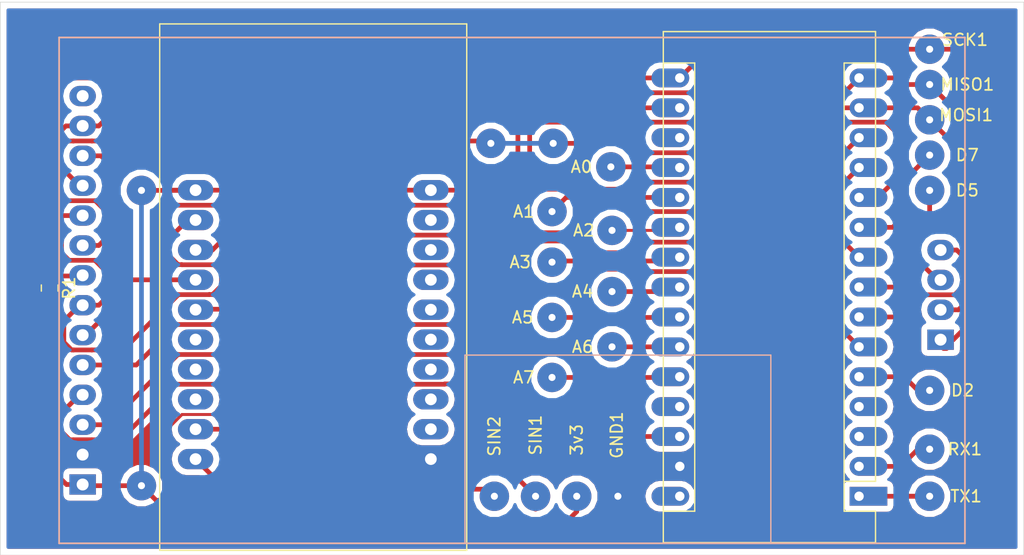
<source format=kicad_pcb>
(kicad_pcb (version 20171130) (host pcbnew "(6.0.0-rc1-dev-1181-g43e8f6748)")

  (general
    (thickness 1.6)
    (drawings 4)
    (tracks 264)
    (zones 0)
    (modules 24)
    (nets 46)
  )

  (page A4)
  (layers
    (0 F.Cu signal)
    (31 B.Cu signal)
    (32 B.Adhes user)
    (33 F.Adhes user)
    (34 B.Paste user)
    (35 F.Paste user)
    (36 B.SilkS user)
    (37 F.SilkS user)
    (38 B.Mask user)
    (39 F.Mask user)
    (40 Dwgs.User user)
    (41 Cmts.User user)
    (42 Eco1.User user)
    (43 Eco2.User user)
    (44 Edge.Cuts user)
    (45 Margin user)
    (46 B.CrtYd user)
    (47 F.CrtYd user)
    (48 B.Fab user)
    (49 F.Fab user)
  )

  (setup
    (last_trace_width 0.4)
    (user_trace_width 0.25)
    (user_trace_width 0.4)
    (user_trace_width 0.5)
    (trace_clearance 0.2)
    (zone_clearance 0.508)
    (zone_45_only yes)
    (trace_min 0.2)
    (via_size 1)
    (via_drill 0.6)
    (via_min_size 0.4)
    (via_min_drill 0.3)
    (user_via 2.5 0.6)
    (uvia_size 0.3)
    (uvia_drill 0.1)
    (uvias_allowed no)
    (uvia_min_size 0.2)
    (uvia_min_drill 0.1)
    (edge_width 0.05)
    (segment_width 0.2)
    (pcb_text_width 0.3)
    (pcb_text_size 1.5 1.5)
    (mod_edge_width 0.12)
    (mod_text_size 1 1)
    (mod_text_width 0.15)
    (pad_size 1.524 1.524)
    (pad_drill 0.762)
    (pad_to_mask_clearance 0.051)
    (solder_mask_min_width 0.25)
    (aux_axis_origin 0 0)
    (visible_elements FFFFFF7F)
    (pcbplotparams
      (layerselection 0x00000_7fffffff)
      (usegerberextensions false)
      (usegerberattributes false)
      (usegerberadvancedattributes false)
      (creategerberjobfile false)
      (excludeedgelayer false)
      (linewidth 0.100000)
      (plotframeref false)
      (viasonmask false)
      (mode 1)
      (useauxorigin false)
      (hpglpennumber 1)
      (hpglpenspeed 20)
      (hpglpendiameter 15.000000)
      (psnegative false)
      (psa4output false)
      (plotreference true)
      (plotvalue true)
      (plotinvisibletext false)
      (padsonsilk false)
      (subtractmaskfromsilk false)
      (outputformat 4)
      (mirror false)
      (drillshape 1)
      (scaleselection 1)
      (outputdirectory ""))
  )

  (net 0 "")
  (net 1 "Net-(A1-Pad1)")
  (net 2 "Net-(U1-Pad14)")
  (net 3 "Net-(M1-Pad2)")
  (net 4 "Net-(M1-Pad3)")
  (net 5 "Net-(M1-Pad4)")
  (net 6 "Net-(M1-Pad5)")
  (net 7 "Net-(M1-Pad7)")
  (net 8 "Net-(M1-Pad6)")
  (net 9 "Net-(M1-Pad8)")
  (net 10 "Net-(M1-Pad9)")
  (net 11 "Net-(M1-Pad19)")
  (net 12 "Net-(M1-Pad18)")
  (net 13 "Net-(M1-Pad17)")
  (net 14 "Net-(M1-Pad16)")
  (net 15 "Net-(M1-Pad20)")
  (net 16 /GND)
  (net 17 /3v3)
  (net 18 "Net-(R1-Pad1)")
  (net 19 /RESET)
  (net 20 "Net-(A0-Pad1)")
  (net 21 "Net-(A2-Pad1)")
  (net 22 "Net-(A3-Pad1)")
  (net 23 "Net-(A4-Pad1)")
  (net 24 "Net-(A5-Pad1)")
  (net 25 "Net-(A6-Pad1)")
  (net 26 "Net-(A7-Pad1)")
  (net 27 "Net-(Ard1-Pad30)")
  (net 28 "Net-(Ard1-Pad27)")
  (net 29 "Net-(Ard1-Pad18)")
  (net 30 "Net-(Ard1-Pad16)")
  (net 31 "Net-(Ard1-Pad15)")
  (net 32 "Net-(Ard1-Pad14)")
  (net 33 "Net-(Ard1-Pad13)")
  (net 34 "Net-(Ard1-Pad12)")
  (net 35 "Net-(Ard1-Pad11)")
  (net 36 "Net-(Ard1-Pad10)")
  (net 37 "Net-(Ard1-Pad9)")
  (net 38 "Net-(Ard1-Pad8)")
  (net 39 "Net-(Ard1-Pad7)")
  (net 40 "Net-(Ard1-Pad6)")
  (net 41 "Net-(Ard1-Pad5)")
  (net 42 "Net-(Ard1-Pad4)")
  (net 43 "Net-(Ard1-Pad3)")
  (net 44 "Net-(Ard1-Pad2)")
  (net 45 "Net-(Ard1-Pad1)")

  (net_class Default "This is the default net class."
    (clearance 0.2)
    (trace_width 0.4)
    (via_dia 1)
    (via_drill 0.6)
    (uvia_dia 0.3)
    (uvia_drill 0.1)
    (add_net /3v3)
    (add_net /GND)
    (add_net /RESET)
    (add_net "Net-(A0-Pad1)")
    (add_net "Net-(A1-Pad1)")
    (add_net "Net-(A2-Pad1)")
    (add_net "Net-(A3-Pad1)")
    (add_net "Net-(A4-Pad1)")
    (add_net "Net-(A5-Pad1)")
    (add_net "Net-(A6-Pad1)")
    (add_net "Net-(A7-Pad1)")
    (add_net "Net-(Ard1-Pad1)")
    (add_net "Net-(Ard1-Pad10)")
    (add_net "Net-(Ard1-Pad11)")
    (add_net "Net-(Ard1-Pad12)")
    (add_net "Net-(Ard1-Pad13)")
    (add_net "Net-(Ard1-Pad14)")
    (add_net "Net-(Ard1-Pad15)")
    (add_net "Net-(Ard1-Pad16)")
    (add_net "Net-(Ard1-Pad18)")
    (add_net "Net-(Ard1-Pad2)")
    (add_net "Net-(Ard1-Pad27)")
    (add_net "Net-(Ard1-Pad3)")
    (add_net "Net-(Ard1-Pad30)")
    (add_net "Net-(Ard1-Pad4)")
    (add_net "Net-(Ard1-Pad5)")
    (add_net "Net-(Ard1-Pad6)")
    (add_net "Net-(Ard1-Pad7)")
    (add_net "Net-(Ard1-Pad8)")
    (add_net "Net-(Ard1-Pad9)")
    (add_net "Net-(M1-Pad16)")
    (add_net "Net-(M1-Pad17)")
    (add_net "Net-(M1-Pad18)")
    (add_net "Net-(M1-Pad19)")
    (add_net "Net-(M1-Pad2)")
    (add_net "Net-(M1-Pad20)")
    (add_net "Net-(M1-Pad3)")
    (add_net "Net-(M1-Pad4)")
    (add_net "Net-(M1-Pad5)")
    (add_net "Net-(M1-Pad6)")
    (add_net "Net-(M1-Pad7)")
    (add_net "Net-(M1-Pad8)")
    (add_net "Net-(M1-Pad9)")
    (add_net "Net-(R1-Pad1)")
    (add_net "Net-(U1-Pad14)")
  )

  (net_class PWR ""
    (clearance 0.2)
    (trace_width 0.5)
    (via_dia 1)
    (via_drill 0.6)
    (uvia_dia 0.3)
    (uvia_drill 0.1)
  )

  (net_class Thread ""
    (clearance 0.2)
    (trace_width 0.25)
    (via_dia 1)
    (via_drill 0.6)
    (uvia_dia 0.3)
    (uvia_drill 0.1)
  )

  (module SigGen:Testpoint (layer F.Cu) (tedit 5C91A1A5) (tstamp 5C91DF9A)
    (at 112.5 74)
    (path /5C971FFF)
    (fp_text reference GND1 (at -0.1 -5.2 270) (layer F.SilkS)
      (effects (font (size 1 1) (thickness 0.15)))
    )
    (fp_text value TestPoint (at 0 -0.5) (layer F.Fab) hide
      (effects (font (size 1 1) (thickness 0.15)))
    )
    (pad 1 thru_hole circle (at 0 0) (size 2.5 2.5) (drill 0.6) (layers *.Cu *.Mask)
      (net 16 /GND))
  )

  (module SigGen:TJCTM24024-SPI (layer B.Cu) (tedit 5C91C74A) (tstamp 5C887664)
    (at 67 73)
    (path /5C88CE2B)
    (fp_text reference U1 (at 36.4556 -35.9904) (layer F.SilkS) hide
      (effects (font (size 1 1) (thickness 0.15)))
    )
    (fp_text value ILI9341_SPI_Touch_SD (at 41 -37) (layer F.Cu)
      (effects (font (size 1 1) (thickness 0.15)))
    )
    (fp_line (start 58.5 -11) (end 58.5 5) (layer B.SilkS) (width 0.12))
    (fp_line (start 32.5 -11) (end 58.5 -11) (layer B.SilkS) (width 0.12))
    (fp_line (start 32.5 5) (end 32.5 -11) (layer B.SilkS) (width 0.12))
    (fp_line (start -2 -38) (end -2 5) (layer B.SilkS) (width 0.15))
    (fp_line (start -2 5) (end 75 5) (layer B.SilkS) (width 0.15))
    (fp_line (start 75 -38) (end 75 5) (layer B.SilkS) (width 0.15))
    (fp_line (start -2 -38) (end 75 -38) (layer B.SilkS) (width 0.15))
    (pad 15 thru_hole rect (at 72.93 -12.31) (size 2.25 1.7272) (drill 1.016) (layers *.Cu *.Mask)
      (net 30 "Net-(Ard1-Pad16)"))
    (pad 16 thru_hole oval (at 72.93 -14.85) (size 2.25 1.7272) (drill 1.016) (layers *.Cu *.Mask)
      (net 31 "Net-(Ard1-Pad15)"))
    (pad 17 thru_hole oval (at 72.93 -17.39) (size 2.25 1.7272) (drill 1.016) (layers *.Cu *.Mask)
      (net 32 "Net-(Ard1-Pad14)"))
    (pad 18 thru_hole oval (at 72.93 -19.93) (size 2.25 1.7272) (drill 1.016) (layers *.Cu *.Mask)
      (net 39 "Net-(Ard1-Pad7)"))
    (pad 14 thru_hole oval (at 0 -33.02) (size 2.25 1.7272) (drill 1.016) (layers *.Cu *.Mask)
      (net 2 "Net-(U1-Pad14)"))
    (pad 13 thru_hole oval (at 0 -30.48) (size 2.25 1.7272) (drill 1.016) (layers *.Cu *.Mask)
      (net 31 "Net-(Ard1-Pad15)"))
    (pad 12 thru_hole oval (at 0 -27.94) (size 2.25 1.7272) (drill 1.016) (layers *.Cu *.Mask)
      (net 32 "Net-(Ard1-Pad14)"))
    (pad 11 thru_hole oval (at 0 -25.4) (size 2.25 1.7272) (drill 1.016) (layers *.Cu *.Mask)
      (net 35 "Net-(Ard1-Pad11)"))
    (pad 10 thru_hole oval (at 0 -22.86) (size 2.25 1.7272) (drill 1.016) (layers *.Cu *.Mask)
      (net 30 "Net-(Ard1-Pad16)"))
    (pad 9 thru_hole oval (at 0 -20.32) (size 2.25 1.7272) (drill 1.016) (layers *.Cu *.Mask)
      (net 31 "Net-(Ard1-Pad15)"))
    (pad 8 thru_hole oval (at 0 -17.78) (size 2.25 1.7272) (drill 1.016) (layers *.Cu *.Mask)
      (net 18 "Net-(R1-Pad1)"))
    (pad 7 thru_hole oval (at 0 -15.24) (size 2.25 1.7272) (drill 1.016) (layers *.Cu *.Mask)
      (net 30 "Net-(Ard1-Pad16)"))
    (pad 6 thru_hole oval (at 0 -12.7) (size 2.25 1.7272) (drill 1.016) (layers *.Cu *.Mask)
      (net 32 "Net-(Ard1-Pad14)"))
    (pad 5 thru_hole oval (at 0 -10.16) (size 2.25 1.7272) (drill 1.016) (layers *.Cu *.Mask)
      (net 37 "Net-(Ard1-Pad9)"))
    (pad 4 thru_hole oval (at 0 -7.62) (size 2.25 1.7272) (drill 1.016) (layers *.Cu *.Mask)
      (net 19 /RESET))
    (pad 3 thru_hole oval (at 0 -5.08) (size 2.25 1.7272) (drill 1.016) (layers *.Cu *.Mask)
      (net 40 "Net-(Ard1-Pad6)"))
    (pad 2 thru_hole oval (at 0 -2.54) (size 2.25 1.7272) (drill 1.016) (layers *.Cu *.Mask)
      (net 16 /GND))
    (pad 1 thru_hole rect (at 0 0) (size 2.25 1.7272) (drill 1.016) (layers *.Cu *.Mask)
      (net 17 /3v3))
  )

  (module SigGen:Testpoint (layer F.Cu) (tedit 5C91A1A5) (tstamp 5C91D010)
    (at 139 42 270)
    (path /5C959332)
    (fp_text reference MOSI1 (at -0.4 -3.1 180) (layer F.SilkS)
      (effects (font (size 1 1) (thickness 0.15)))
    )
    (fp_text value TestPoint (at 0 -0.5 270) (layer F.Fab) hide
      (effects (font (size 1 1) (thickness 0.15)))
    )
    (pad 1 thru_hole circle (at 0 0 270) (size 2.5 2.5) (drill 0.6) (layers *.Cu *.Mask)
      (net 32 "Net-(Ard1-Pad14)"))
  )

  (module SigGen:Testpoint (layer F.Cu) (tedit 5C91A1A5) (tstamp 5C91A54C)
    (at 139 74 270)
    (path /5C91CE55)
    (fp_text reference TX1 (at 0 -3.1 180) (layer F.SilkS)
      (effects (font (size 1 1) (thickness 0.15)))
    )
    (fp_text value TestPoint (at 0 -0.5 270) (layer F.Fab) hide
      (effects (font (size 1 1) (thickness 0.15)))
    )
    (pad 1 thru_hole circle (at 0 0 270) (size 2.5 2.5) (drill 0.6) (layers *.Cu *.Mask)
      (net 45 "Net-(Ard1-Pad1)"))
  )

  (module SigGen:Testpoint (layer F.Cu) (tedit 5C91A1A5) (tstamp 5C91DFF9)
    (at 102 74)
    (path /5C940A15)
    (fp_text reference SIN2 (at 0 -5.1 270) (layer F.SilkS)
      (effects (font (size 1 1) (thickness 0.15)))
    )
    (fp_text value TestPoint (at 0 -0.5) (layer F.Fab) hide
      (effects (font (size 1 1) (thickness 0.15)))
    )
    (pad 1 thru_hole circle (at 0 0) (size 2.5 2.5) (drill 0.6) (layers *.Cu *.Mask)
      (net 15 "Net-(M1-Pad20)"))
  )

  (module SigGen:Testpoint (layer F.Cu) (tedit 5C91A1A5) (tstamp 5C91DFB2)
    (at 105.5 74)
    (path /5C940966)
    (fp_text reference SIN1 (at 0 -5.2 270) (layer F.SilkS)
      (effects (font (size 1 1) (thickness 0.15)))
    )
    (fp_text value TestPoint (at 0 -0.5) (layer F.Fab) hide
      (effects (font (size 1 1) (thickness 0.15)))
    )
    (pad 1 thru_hole circle (at 0 0) (size 2.5 2.5) (drill 0.6) (layers *.Cu *.Mask)
      (net 11 "Net-(M1-Pad19)"))
  )

  (module SigGen:Testpoint (layer F.Cu) (tedit 5C91A1A5) (tstamp 5C91A53D)
    (at 139 36 270)
    (path /5C959291)
    (fp_text reference SCK1 (at -0.8 -3 180) (layer F.SilkS)
      (effects (font (size 1 1) (thickness 0.15)))
    )
    (fp_text value TestPoint (at 0 -0.5 270) (layer F.Fab) hide
      (effects (font (size 1 1) (thickness 0.15)))
    )
    (pad 1 thru_hole circle (at 0 0 270) (size 2.5 2.5) (drill 0.6) (layers *.Cu *.Mask)
      (net 30 "Net-(Ard1-Pad16)"))
  )

  (module SigGen:Testpoint (layer F.Cu) (tedit 5C91A1A5) (tstamp 5C91A538)
    (at 139 70 270)
    (path /5C91BD52)
    (fp_text reference RX1 (at 0 -3 180) (layer F.SilkS)
      (effects (font (size 1 1) (thickness 0.15)))
    )
    (fp_text value TestPoint (at 0 -0.5 270) (layer F.Fab) hide
      (effects (font (size 1 1) (thickness 0.15)))
    )
    (pad 1 thru_hole circle (at 0 0 270) (size 2.5 2.5) (drill 0.6) (layers *.Cu *.Mask)
      (net 44 "Net-(Ard1-Pad2)"))
  )

  (module SigGen:Testpoint (layer F.Cu) (tedit 5C91A1A5) (tstamp 5C91A50E)
    (at 139 39 270)
    (path /5C9593D3)
    (fp_text reference MISO1 (at 0 -3.2 180) (layer F.SilkS)
      (effects (font (size 1 1) (thickness 0.15)))
    )
    (fp_text value TestPoint (at 0 -0.5 270) (layer F.Fab) hide
      (effects (font (size 1 1) (thickness 0.15)))
    )
    (pad 1 thru_hole circle (at 0 0 270) (size 2.5 2.5) (drill 0.6) (layers *.Cu *.Mask)
      (net 31 "Net-(Ard1-Pad15)"))
  )

  (module SigGen:Testpoint (layer F.Cu) (tedit 5C91A1A5) (tstamp 5C91A4CB)
    (at 139 45 270)
    (path /5C930B59)
    (fp_text reference D7 (at 0 -3.2 180) (layer F.SilkS)
      (effects (font (size 1 1) (thickness 0.15)))
    )
    (fp_text value TestPoint (at 0 -0.5 270) (layer F.Fab) hide
      (effects (font (size 1 1) (thickness 0.15)))
    )
    (pad 1 thru_hole circle (at 0 0 270) (size 2.5 2.5) (drill 0.6) (layers *.Cu *.Mask)
      (net 36 "Net-(Ard1-Pad10)"))
  )

  (module SigGen:Testpoint (layer F.Cu) (tedit 5C91A1A5) (tstamp 5C91A4C6)
    (at 139 48 270)
    (path /5C930A66)
    (fp_text reference D5 (at 0 -3.2 180) (layer F.SilkS)
      (effects (font (size 1 1) (thickness 0.15)))
    )
    (fp_text value TestPoint (at 0 -0.5 270) (layer F.Fab) hide
      (effects (font (size 1 1) (thickness 0.15)))
    )
    (pad 1 thru_hole circle (at 0 0 270) (size 2.5 2.5) (drill 0.6) (layers *.Cu *.Mask)
      (net 38 "Net-(Ard1-Pad8)"))
  )

  (module SigGen:Testpoint (layer F.Cu) (tedit 5C91A1A5) (tstamp 5C91D057)
    (at 139 65 270)
    (path /5C91D441)
    (fp_text reference D2 (at 0 -2.8 180) (layer F.SilkS)
      (effects (font (size 1 1) (thickness 0.15)))
    )
    (fp_text value TestPoint (at 0 -0.5 270) (layer F.Fab) hide
      (effects (font (size 1 1) (thickness 0.15)))
    )
    (pad 1 thru_hole circle (at 0 0 270) (size 2.5 2.5) (drill 0.6) (layers *.Cu *.Mask)
      (net 41 "Net-(Ard1-Pad5)"))
  )

  (module SigGen:Testpoint (layer F.Cu) (tedit 5C91A1A5) (tstamp 5C91A480)
    (at 106.9 63.9 90)
    (path /5C934BB3)
    (fp_text reference A7 (at 0 -2.4) (layer F.SilkS)
      (effects (font (size 1 1) (thickness 0.15)))
    )
    (fp_text value TestPoint (at 0 -0.5 90) (layer F.Fab) hide
      (effects (font (size 1 1) (thickness 0.15)))
    )
    (pad 1 thru_hole circle (at 0 0 90) (size 2.5 2.5) (drill 0.6) (layers *.Cu *.Mask)
      (net 26 "Net-(A7-Pad1)"))
  )

  (module SigGen:Testpoint (layer F.Cu) (tedit 5C91A1A5) (tstamp 5C91A47B)
    (at 112 61.3 90)
    (path /5C9344B5)
    (fp_text reference A6 (at 0 -2.5) (layer F.SilkS)
      (effects (font (size 1 1) (thickness 0.15)))
    )
    (fp_text value TestPoint (at 0 -0.5 90) (layer F.Fab) hide
      (effects (font (size 1 1) (thickness 0.15)))
    )
    (pad 1 thru_hole circle (at 0 0 90) (size 2.5 2.5) (drill 0.6) (layers *.Cu *.Mask)
      (net 25 "Net-(A6-Pad1)"))
  )

  (module SigGen:Testpoint (layer F.Cu) (tedit 5C91A1A5) (tstamp 5C91AA48)
    (at 106.9 58.8 90)
    (path /5C934414)
    (fp_text reference A5 (at 0 -2.5) (layer F.SilkS)
      (effects (font (size 1 1) (thickness 0.15)))
    )
    (fp_text value TestPoint (at 0 -0.5 90) (layer F.Fab) hide
      (effects (font (size 1 1) (thickness 0.15)))
    )
    (pad 1 thru_hole circle (at 0 0 90) (size 2.5 2.5) (drill 0.6) (layers *.Cu *.Mask)
      (net 24 "Net-(A5-Pad1)"))
  )

  (module SigGen:Testpoint (layer F.Cu) (tedit 5C91A1A5) (tstamp 5C91AA2A)
    (at 112 56.6 90)
    (path /5C934373)
    (fp_text reference A4 (at 0 -2.5) (layer F.SilkS)
      (effects (font (size 1 1) (thickness 0.15)))
    )
    (fp_text value TestPoint (at 0 -0.5 90) (layer F.Fab) hide
      (effects (font (size 1 1) (thickness 0.15)))
    )
    (pad 1 thru_hole circle (at 0 0 90) (size 2.5 2.5) (drill 0.6) (layers *.Cu *.Mask)
      (net 23 "Net-(A4-Pad1)"))
  )

  (module SigGen:Testpoint (layer F.Cu) (tedit 5C91A1A5) (tstamp 5C91A46C)
    (at 106.9 54.1 90)
    (path /5C9342D2)
    (fp_text reference A3 (at 0 -2.7) (layer F.SilkS)
      (effects (font (size 1 1) (thickness 0.15)))
    )
    (fp_text value TestPoint (at 0 -0.5 90) (layer F.Fab) hide
      (effects (font (size 1 1) (thickness 0.15)))
    )
    (pad 1 thru_hole circle (at 0 0 90) (size 2.5 2.5) (drill 0.6) (layers *.Cu *.Mask)
      (net 22 "Net-(A3-Pad1)"))
  )

  (module SigGen:Testpoint (layer F.Cu) (tedit 5C91A1A5) (tstamp 5C91A467)
    (at 112 51.4 90)
    (path /5C934210)
    (fp_text reference A2 (at 0 -2.4) (layer F.SilkS)
      (effects (font (size 1 1) (thickness 0.15)))
    )
    (fp_text value TestPoint (at 0 -0.5 90) (layer F.Fab) hide
      (effects (font (size 1 1) (thickness 0.15)))
    )
    (pad 1 thru_hole circle (at 0 0 90) (size 2.5 2.5) (drill 0.6) (layers *.Cu *.Mask)
      (net 21 "Net-(A2-Pad1)"))
  )

  (module SigGen:Testpoint (layer F.Cu) (tedit 5C91A1A5) (tstamp 5C91AA10)
    (at 106.9 49.8 90)
    (path /5C93416F)
    (fp_text reference A1 (at 0 -2.4) (layer F.SilkS)
      (effects (font (size 1 1) (thickness 0.15)))
    )
    (fp_text value TestPoint (at 0 -0.5 90) (layer F.Fab) hide
      (effects (font (size 1 1) (thickness 0.15)))
    )
    (pad 1 thru_hole circle (at 0 0 90) (size 2.5 2.5) (drill 0.6) (layers *.Cu *.Mask)
      (net 1 "Net-(A1-Pad1)"))
  )

  (module SigGen:Testpoint (layer F.Cu) (tedit 5C91A1A5) (tstamp 5C91A45D)
    (at 111.9 46 90)
    (path /5C9340C0)
    (fp_text reference A0 (at 0 -2.5) (layer F.SilkS)
      (effects (font (size 1 1) (thickness 0.15)))
    )
    (fp_text value TestPoint (at 0 -0.5 90) (layer F.Fab) hide
      (effects (font (size 1 1) (thickness 0.15)))
    )
    (pad 1 thru_hole circle (at 0 0 90) (size 2.5 2.5) (drill 0.6) (layers *.Cu *.Mask)
      (net 20 "Net-(A0-Pad1)"))
  )

  (module SigGen:Testpoint (layer F.Cu) (tedit 5C91A1A5) (tstamp 5C91DFBE)
    (at 109 74)
    (path /5C9622E3)
    (fp_text reference 3v3 (at 0 -4.8 270) (layer F.SilkS)
      (effects (font (size 1 1) (thickness 0.15)))
    )
    (fp_text value TestPoint (at 0 -0.5) (layer F.Fab) hide
      (effects (font (size 1 1) (thickness 0.15)))
    )
    (pad 1 thru_hole circle (at 0 0) (size 2.5 2.5) (drill 0.6) (layers *.Cu *.Mask)
      (net 17 /3v3))
  )

  (module SigGen:Arduino_Nano (layer F.Cu) (tedit 5C90C7F5) (tstamp 5C8A0487)
    (at 133 74 180)
    (descr "Arduino Nano, http://www.mouser.com/pdfdocs/Gravitech_Arduino_Nano3_0.pdf")
    (tags "Arduino Nano")
    (path /5C8866C1)
    (fp_text reference Ard1 (at 6.2 0 180) (layer F.SilkS) hide
      (effects (font (size 1 1) (thickness 0.15)))
    )
    (fp_text value Arduino_Nano_v3.x (at 7.9 -2) (layer F.Cu)
      (effects (font (size 1 1) (thickness 0.15)))
    )
    (fp_line (start 16.75 42.16) (end -1.53 42.16) (layer F.CrtYd) (width 0.05))
    (fp_line (start 16.75 42.16) (end 16.75 -4.06) (layer F.CrtYd) (width 0.05))
    (fp_line (start -1.53 -4.06) (end -1.53 42.16) (layer F.CrtYd) (width 0.05))
    (fp_line (start -1.53 -4.06) (end 16.75 -4.06) (layer F.CrtYd) (width 0.05))
    (fp_line (start 16.51 -3.81) (end 16.51 39.37) (layer F.Fab) (width 0.1))
    (fp_line (start 0 -3.81) (end 16.51 -3.81) (layer F.Fab) (width 0.1))
    (fp_line (start -1.27 -2.54) (end 0 -3.81) (layer F.Fab) (width 0.1))
    (fp_line (start -1.27 39.37) (end -1.27 -2.54) (layer F.Fab) (width 0.1))
    (fp_line (start 16.51 39.37) (end -1.27 39.37) (layer F.Fab) (width 0.1))
    (fp_line (start 16.64 -3.94) (end -1.4 -3.94) (layer F.SilkS) (width 0.12))
    (fp_line (start 16.64 39.5) (end 16.64 -3.94) (layer F.SilkS) (width 0.12))
    (fp_line (start -1.4 39.5) (end 16.64 39.5) (layer F.SilkS) (width 0.12))
    (fp_line (start 3.81 41.91) (end 3.81 31.75) (layer F.Fab) (width 0.1))
    (fp_line (start 11.43 41.91) (end 3.81 41.91) (layer F.Fab) (width 0.1))
    (fp_line (start 11.43 31.75) (end 11.43 41.91) (layer F.Fab) (width 0.1))
    (fp_line (start 3.81 31.75) (end 11.43 31.75) (layer F.Fab) (width 0.1))
    (fp_line (start 1.27 36.83) (end -1.4 36.83) (layer F.SilkS) (width 0.12))
    (fp_line (start 1.27 1.27) (end 1.27 36.83) (layer F.SilkS) (width 0.12))
    (fp_line (start 1.27 1.27) (end -1.4 1.27) (layer F.SilkS) (width 0.12))
    (fp_line (start 13.97 36.83) (end 16.64 36.83) (layer F.SilkS) (width 0.12))
    (fp_line (start 13.97 -1.27) (end 13.97 36.83) (layer F.SilkS) (width 0.12))
    (fp_line (start 13.97 -1.27) (end 16.64 -1.27) (layer F.SilkS) (width 0.12))
    (fp_line (start -1.4 -3.94) (end -1.4 -1.27) (layer F.SilkS) (width 0.12))
    (fp_line (start -1.4 1.27) (end -1.4 39.5) (layer F.SilkS) (width 0.12))
    (fp_line (start 1.27 -1.27) (end -1.4 -1.27) (layer F.SilkS) (width 0.12))
    (fp_line (start 1.27 1.27) (end 1.27 -1.27) (layer F.SilkS) (width 0.12))
    (fp_text user %R (at 6.35 19.05 270) (layer F.Fab)
      (effects (font (size 1 1) (thickness 0.15)))
    )
    (pad 30 thru_hole oval (at 15.24 0 180) (size 3.2 1.6) (drill 0.8 (offset 0.8 0)) (layers *.Cu *.Mask)
      (net 27 "Net-(Ard1-Pad30)"))
    (pad 29 thru_hole oval (at 15.24 2.54 180) (size 3.2 1.6) (drill 0.8 (offset 0.8 0)) (layers *.Cu *.Mask)
      (net 16 /GND))
    (pad 28 thru_hole oval (at 15.24 5.08 180) (size 3.2 1.6) (drill 0.8 (offset 0.8 0)) (layers *.Cu *.Mask)
      (net 19 /RESET))
    (pad 27 thru_hole oval (at 15.24 7.62 180) (size 3.2 1.6) (drill 0.8 (offset 0.8 0)) (layers *.Cu *.Mask)
      (net 28 "Net-(Ard1-Pad27)"))
    (pad 26 thru_hole oval (at 15.24 10.16 180) (size 3.2 1.6) (drill 0.8 (offset 0.8 0)) (layers *.Cu *.Mask)
      (net 26 "Net-(A7-Pad1)"))
    (pad 25 thru_hole oval (at 15.24 12.7 180) (size 3.2 1.6) (drill 0.8 (offset 0.8 0)) (layers *.Cu *.Mask)
      (net 25 "Net-(A6-Pad1)"))
    (pad 24 thru_hole oval (at 15.24 15.24 180) (size 3.2 1.6) (drill 0.8 (offset 0.8 0)) (layers *.Cu *.Mask)
      (net 24 "Net-(A5-Pad1)"))
    (pad 23 thru_hole oval (at 15.24 17.78 180) (size 3.2 1.6) (drill 0.8 (offset 0.8 0)) (layers *.Cu *.Mask)
      (net 23 "Net-(A4-Pad1)"))
    (pad 22 thru_hole oval (at 15.24 20.32 180) (size 3.2 1.6) (drill 0.8 (offset 0.8 0)) (layers *.Cu *.Mask)
      (net 22 "Net-(A3-Pad1)"))
    (pad 21 thru_hole oval (at 15.24 22.86 180) (size 3.2 1.6) (drill 0.8 (offset 0.8 0)) (layers *.Cu *.Mask)
      (net 21 "Net-(A2-Pad1)"))
    (pad 20 thru_hole oval (at 15.24 25.4 180) (size 3.2 1.6) (drill 0.8 (offset 0.8 0)) (layers *.Cu *.Mask)
      (net 1 "Net-(A1-Pad1)"))
    (pad 19 thru_hole oval (at 15.24 27.94 180) (size 3.2 1.6) (drill 0.8 (offset 0.8 0)) (layers *.Cu *.Mask)
      (net 20 "Net-(A0-Pad1)"))
    (pad 18 thru_hole oval (at 15.24 30.48 180) (size 3.2 1.6) (drill 0.8 (offset 0.8 0)) (layers *.Cu *.Mask)
      (net 29 "Net-(Ard1-Pad18)"))
    (pad 17 thru_hole oval (at 15.24 33.02 180) (size 3.2 1.6) (drill 0.8 (offset 0.8 0)) (layers *.Cu *.Mask)
      (net 17 /3v3))
    (pad 16 thru_hole oval (at 15.24 35.56 180) (size 3.2 1.6) (drill 0.8 (offset 0.8 0)) (layers *.Cu *.Mask)
      (net 30 "Net-(Ard1-Pad16)"))
    (pad 15 thru_hole oval (at 0 35.56 180) (size 3.2 1.6) (drill 0.8 (offset -0.8 0)) (layers *.Cu *.Mask)
      (net 31 "Net-(Ard1-Pad15)"))
    (pad 14 thru_hole oval (at 0 33.02 180) (size 3.2 1.6) (drill 0.8 (offset -0.8 0)) (layers *.Cu *.Mask)
      (net 32 "Net-(Ard1-Pad14)"))
    (pad 13 thru_hole oval (at 0 30.48 180) (size 3.2 1.6) (drill 0.8 (offset -0.8 0)) (layers *.Cu *.Mask)
      (net 33 "Net-(Ard1-Pad13)"))
    (pad 12 thru_hole oval (at 0 27.94 180) (size 3.2 1.6) (drill 0.8 (offset -0.8 0)) (layers *.Cu *.Mask)
      (net 34 "Net-(Ard1-Pad12)"))
    (pad 11 thru_hole oval (at 0 25.4 180) (size 3.2 1.6) (drill 0.8 (offset -0.8 0)) (layers *.Cu *.Mask)
      (net 35 "Net-(Ard1-Pad11)"))
    (pad 10 thru_hole oval (at 0 22.86 180) (size 3.2 1.6) (drill 0.8 (offset -0.8 0)) (layers *.Cu *.Mask)
      (net 36 "Net-(Ard1-Pad10)"))
    (pad 9 thru_hole oval (at 0 20.32 180) (size 3.2 1.6) (drill 0.8 (offset -0.8 0)) (layers *.Cu *.Mask)
      (net 37 "Net-(Ard1-Pad9)"))
    (pad 8 thru_hole oval (at 0 17.78 180) (size 3.2 1.6) (drill 0.8 (offset -0.8 0)) (layers *.Cu *.Mask)
      (net 38 "Net-(Ard1-Pad8)"))
    (pad 7 thru_hole oval (at 0 15.24 180) (size 3.2 1.6) (drill 0.8 (offset -0.8 0)) (layers *.Cu *.Mask)
      (net 39 "Net-(Ard1-Pad7)"))
    (pad 6 thru_hole oval (at 0 12.7 180) (size 3.2 1.6) (drill 0.8 (offset -0.8 0)) (layers *.Cu *.Mask)
      (net 40 "Net-(Ard1-Pad6)"))
    (pad 5 thru_hole oval (at 0 10.16 180) (size 3.2 1.6) (drill 0.8 (offset -0.8 0)) (layers *.Cu *.Mask)
      (net 41 "Net-(Ard1-Pad5)"))
    (pad 4 thru_hole oval (at 0 7.62 180) (size 3.2 1.6) (drill 0.8 (offset -0.8 0)) (layers *.Cu *.Mask)
      (net 42 "Net-(Ard1-Pad4)"))
    (pad 3 thru_hole oval (at 0 5.08 180) (size 3.2 1.6) (drill 0.8 (offset -0.8 0)) (layers *.Cu *.Mask)
      (net 43 "Net-(Ard1-Pad3)"))
    (pad 2 thru_hole oval (at 0 2.54 180) (size 3.2 1.6) (drill 0.8 (offset -0.8 0)) (layers *.Cu *.Mask)
      (net 44 "Net-(Ard1-Pad2)"))
    (pad 1 thru_hole rect (at 0 0 180) (size 3.2 1.6) (drill 0.8 (offset -0.8 0)) (layers *.Cu *.Mask)
      (net 45 "Net-(Ard1-Pad1)"))
    (model ${KISYS3DMOD}/Module.3dshapes/Arduino_Nano_WithMountingHoles.wrl
      (at (xyz 0 0 0))
      (scale (xyz 1 1 1))
      (rotate (xyz 0 0 0))
    )
  )

  (module Resistor_SMD:R_0805_2012Metric_Pad1.15x1.40mm_HandSolder (layer F.Cu) (tedit 5B36C52B) (tstamp 5C90988A)
    (at 64.2 56.3 270)
    (descr "Resistor SMD 0805 (2012 Metric), square (rectangular) end terminal, IPC_7351 nominal with elongated pad for handsoldering. (Body size source: https://docs.google.com/spreadsheets/d/1BsfQQcO9C6DZCsRaXUlFlo91Tg2WpOkGARC1WS5S8t0/edit?usp=sharing), generated with kicad-footprint-generator")
    (tags "resistor handsolder")
    (path /5C95266A)
    (attr smd)
    (fp_text reference R1 (at 0 -1.65 270) (layer F.SilkS)
      (effects (font (size 1 1) (thickness 0.15)))
    )
    (fp_text value 50R (at 0 1.65 270) (layer F.Fab)
      (effects (font (size 1 1) (thickness 0.15)))
    )
    (fp_text user %R (at 0 0 270) (layer F.Fab)
      (effects (font (size 0.5 0.5) (thickness 0.08)))
    )
    (fp_line (start 1.85 0.95) (end -1.85 0.95) (layer F.CrtYd) (width 0.05))
    (fp_line (start 1.85 -0.95) (end 1.85 0.95) (layer F.CrtYd) (width 0.05))
    (fp_line (start -1.85 -0.95) (end 1.85 -0.95) (layer F.CrtYd) (width 0.05))
    (fp_line (start -1.85 0.95) (end -1.85 -0.95) (layer F.CrtYd) (width 0.05))
    (fp_line (start -0.261252 0.71) (end 0.261252 0.71) (layer F.SilkS) (width 0.12))
    (fp_line (start -0.261252 -0.71) (end 0.261252 -0.71) (layer F.SilkS) (width 0.12))
    (fp_line (start 1 0.6) (end -1 0.6) (layer F.Fab) (width 0.1))
    (fp_line (start 1 -0.6) (end 1 0.6) (layer F.Fab) (width 0.1))
    (fp_line (start -1 -0.6) (end 1 -0.6) (layer F.Fab) (width 0.1))
    (fp_line (start -1 0.6) (end -1 -0.6) (layer F.Fab) (width 0.1))
    (pad 2 smd roundrect (at 1.025 0 270) (size 1.15 1.4) (layers F.Cu F.Paste F.Mask) (roundrect_rratio 0.217391)
      (net 17 /3v3))
    (pad 1 smd roundrect (at -1.025 0 270) (size 1.15 1.4) (layers F.Cu F.Paste F.Mask) (roundrect_rratio 0.217391)
      (net 18 "Net-(R1-Pad1)"))
    (model ${KISYS3DMOD}/Resistor_SMD.3dshapes/R_0805_2012Metric.wrl
      (at (xyz 0 0 0))
      (scale (xyz 1 1 1))
      (rotate (xyz 0 0 0))
    )
  )

  (module SigGen:HC-SR08-AD9851 (layer F.Cu) (tedit 5C932D5E) (tstamp 5C89D8DA)
    (at 86.6 55.6 180)
    (path /5C888F8D)
    (fp_text reference M1 (at 0 0.5 180) (layer F.SilkS) hide
      (effects (font (size 1 1) (thickness 0.15)))
    )
    (fp_text value HC-SR08-AD9851 (at 0.6 -16.4 180) (layer F.Cu)
      (effects (font (size 1 1) (thickness 0.15)))
    )
    (fp_circle (center 10 19.25) (end 11.4 19.25) (layer B.Paste) (width 0.12))
    (fp_circle (center -10 19.25) (end -8.6 19.25) (layer B.Paste) (width 0.12))
    (fp_circle (center 10 -20.75) (end 11.4 -20.75) (layer B.Paste) (width 0.12))
    (fp_circle (center -10 -20.75) (end -8.6 -20.75) (layer B.Paste) (width 0.12))
    (fp_line (start -13.05 21.75) (end -13.05 -23) (layer F.SilkS) (width 0.12))
    (fp_line (start 13.05 21.75) (end -13.05 21.75) (layer F.SilkS) (width 0.12))
    (fp_line (start 13.05 -23) (end 13.05 21.75) (layer F.SilkS) (width 0.12))
    (fp_line (start -13.05 -23) (end 13.05 -23) (layer F.SilkS) (width 0.12))
    (pad 13 thru_hole oval (at 10 2.54 180) (size 3 1.72) (drill 1) (layers *.Cu *.Mask)
      (net 33 "Net-(Ard1-Pad13)"))
    (pad 11 thru_hole oval (at 10 7.62 180) (size 3 1.72) (drill 1) (layers *.Cu *.Mask)
      (net 17 /3v3))
    (pad 15 thru_hole oval (at 10 -2.54 180) (size 3 1.72) (drill 1) (layers *.Cu *.Mask)
      (net 34 "Net-(Ard1-Pad12)"))
    (pad 14 thru_hole oval (at 10 0 180) (size 3 1.72) (drill 1) (layers *.Cu *.Mask)
      (net 32 "Net-(Ard1-Pad14)"))
    (pad 19 thru_hole oval (at 10 -12.7 180) (size 3 1.72) (drill 1) (layers *.Cu *.Mask)
      (net 11 "Net-(M1-Pad19)"))
    (pad 18 thru_hole oval (at 10 -10.16 180) (size 3 1.72) (drill 1) (layers *.Cu *.Mask)
      (net 12 "Net-(M1-Pad18)"))
    (pad 17 thru_hole oval (at 10 -7.62 180) (size 3 1.72) (drill 1) (layers *.Cu *.Mask)
      (net 13 "Net-(M1-Pad17)"))
    (pad 16 thru_hole oval (at 10 -5.08 180) (size 3 1.72) (drill 1) (layers *.Cu *.Mask)
      (net 14 "Net-(M1-Pad16)"))
    (pad 12 thru_hole oval (at 10 5.08 180) (size 3 1.72) (drill 1) (layers *.Cu *.Mask)
      (net 30 "Net-(Ard1-Pad16)"))
    (pad 20 thru_hole oval (at 10 -15.24 180) (size 3 1.72) (drill 1) (layers *.Cu *.Mask)
      (net 15 "Net-(M1-Pad20)"))
    (pad 7 thru_hole oval (at -10 0 180) (size 3 1.72) (drill 1) (layers *.Cu *.Mask)
      (net 7 "Net-(M1-Pad7)"))
    (pad 6 thru_hole oval (at -10 -2.54 180) (size 3 1.72) (drill 1) (layers *.Cu *.Mask)
      (net 8 "Net-(M1-Pad6)"))
    (pad 10 thru_hole oval (at -10 7.62 180) (size 3 1.72) (drill 1) (layers *.Cu *.Mask)
      (net 17 /3v3))
    (pad 8 thru_hole oval (at -10 2.54 180) (size 3 1.72) (drill 1) (layers *.Cu *.Mask)
      (net 9 "Net-(M1-Pad8)"))
    (pad 9 thru_hole oval (at -10 5.08 180) (size 3 1.72) (drill 1) (layers *.Cu *.Mask)
      (net 10 "Net-(M1-Pad9)"))
    (pad 5 thru_hole oval (at -10 -5.08 180) (size 3 1.72) (drill 1) (layers *.Cu *.Mask)
      (net 6 "Net-(M1-Pad5)"))
    (pad 4 thru_hole oval (at -10 -7.62 180) (size 3 1.72) (drill 1) (layers *.Cu *.Mask)
      (net 5 "Net-(M1-Pad4)"))
    (pad 3 thru_hole oval (at -10 -10.16 180) (size 3 1.72) (drill 1) (layers *.Cu *.Mask)
      (net 4 "Net-(M1-Pad3)"))
    (pad 2 thru_hole oval (at -10 -12.7 180) (size 3 1.72) (drill 1) (layers *.Cu *.Mask)
      (net 3 "Net-(M1-Pad2)"))
    (pad 1 thru_hole oval (at -10 -15.24 180) (size 3 1.72) (drill 1) (layers *.Cu *.Mask)
      (net 16 /GND))
  )

  (gr_line (start 147 32) (end 60 32) (layer Edge.Cuts) (width 0.05) (tstamp 5C909EB8))
  (gr_line (start 147 79) (end 147 32) (layer Edge.Cuts) (width 0.05))
  (gr_line (start 60 79) (end 147 79) (layer Edge.Cuts) (width 0.05) (tstamp 5C8A0721))
  (gr_line (start 60 32) (end 60 79) (layer Edge.Cuts) (width 0.05))

  (segment (start 108.1 48.6) (end 117.76 48.6) (width 0.4) (layer F.Cu) (net 1) (status 20))
  (segment (start 106.9 49.8) (end 108.1 48.6) (width 0.4) (layer F.Cu) (net 1) (status 10))
  (segment (start 105.5 75.1) (end 105.5 74) (width 0.4) (layer F.Cu) (net 11) (status 30))
  (segment (start 90.1 68.3) (end 76.6 68.3) (width 0.4) (layer F.Cu) (net 11) (status 20))
  (segment (start 94.3 72.5) (end 90.1 68.3) (width 0.4) (layer F.Cu) (net 11))
  (segment (start 99.2 72.5) (end 94.3 72.5) (width 0.4) (layer F.Cu) (net 11))
  (segment (start 100 71.7) (end 99.2 72.5) (width 0.4) (layer F.Cu) (net 11))
  (segment (start 103.2 71.7) (end 100 71.7) (width 0.4) (layer F.Cu) (net 11))
  (segment (start 105.5 74) (end 103.2 71.7) (width 0.4) (layer F.Cu) (net 11) (status 10))
  (segment (start 79.16 73.4) (end 77.361999 71.601999) (width 0.4) (layer F.Cu) (net 15) (status 20))
  (segment (start 77.361999 71.601999) (end 76.6 70.84) (width 0.4) (layer F.Cu) (net 15) (status 30))
  (segment (start 102 74) (end 101.4 73.4) (width 0.4) (layer F.Cu) (net 15) (status 30))
  (segment (start 101.4 73.4) (end 79.16 73.4) (width 0.4) (layer F.Cu) (net 15) (status 10))
  (segment (start 75.45 67.05) (end 91.25 67.05) (width 0.25) (layer F.Cu) (net 16))
  (segment (start 72.04 70.46) (end 75.45 67.05) (width 0.25) (layer F.Cu) (net 16))
  (segment (start 95.04 70.84) (end 96.6 70.84) (width 0.25) (layer F.Cu) (net 16) (status 20))
  (segment (start 91.25 67.05) (end 95.04 70.84) (width 0.25) (layer F.Cu) (net 16))
  (segment (start 67 70.46) (end 72.04 70.46) (width 0.25) (layer F.Cu) (net 16) (status 10))
  (segment (start 111.8 70.8) (end 112.46 71.46) (width 0.25) (layer F.Cu) (net 16))
  (segment (start 96.64 70.8) (end 111.8 70.8) (width 0.25) (layer F.Cu) (net 16) (status 10))
  (segment (start 96.6 70.84) (end 96.64 70.8) (width 0.25) (layer F.Cu) (net 16) (status 30))
  (segment (start 112.5 74) (end 112.5 71.46) (width 0.25) (layer F.Cu) (net 16) (status 10))
  (segment (start 112.5 71.46) (end 117.76 71.46) (width 0.25) (layer F.Cu) (net 16) (status 20))
  (segment (start 112.46 71.46) (end 112.5 71.46) (width 0.25) (layer F.Cu) (net 16))
  (segment (start 76.6 47.98) (end 96.6 47.98) (width 0.4) (layer F.Cu) (net 17) (status 30))
  (segment (start 66.7386 73) (end 67 73) (width 0.4) (layer F.Cu) (net 17) (status 30))
  (via (at 72 48) (size 2.5) (drill 0.6) (layers F.Cu B.Cu) (net 17))
  (segment (start 75.52237 47.98) (end 75.50237 48) (width 0.4) (layer F.Cu) (net 17) (status 30))
  (segment (start 76.6 47.98) (end 75.52237 47.98) (width 0.4) (layer F.Cu) (net 17) (status 30))
  (segment (start 72 48) (end 72 48.565685) (width 0.4) (layer B.Cu) (net 17))
  (via (at 72 73.1) (size 2.5) (drill 0.6) (layers F.Cu B.Cu) (net 17))
  (segment (start 72 48) (end 72 73.1) (width 0.4) (layer B.Cu) (net 17))
  (segment (start 67.1 73.1) (end 67 73) (width 0.4) (layer F.Cu) (net 17) (status 30))
  (segment (start 72 73.1) (end 67.1 73.1) (width 0.4) (layer F.Cu) (net 17) (status 20))
  (segment (start 64.2 71.575) (end 64.2 57.325) (width 0.4) (layer F.Cu) (net 17) (status 20))
  (segment (start 65.625 73) (end 64.2 71.575) (width 0.4) (layer F.Cu) (net 17))
  (segment (start 67 73) (end 65.625 73) (width 0.4) (layer F.Cu) (net 17) (status 10))
  (segment (start 101.02 47.98) (end 96.6 47.98) (width 0.4) (layer F.Cu) (net 17) (status 20))
  (segment (start 104 42.6) (end 104 45) (width 0.4) (layer F.Cu) (net 17))
  (segment (start 105.62 40.98) (end 104 42.6) (width 0.4) (layer F.Cu) (net 17))
  (segment (start 104 45) (end 101.02 47.98) (width 0.4) (layer F.Cu) (net 17))
  (segment (start 117.76 40.98) (end 105.62 40.98) (width 0.4) (layer F.Cu) (net 17) (status 10))
  (segment (start 73.249999 74.349999) (end 72 73.1) (width 0.4) (layer F.Cu) (net 17))
  (segment (start 109 74) (end 109 75.3) (width 0.4) (layer F.Cu) (net 17) (status 10))
  (segment (start 97.949999 74.349999) (end 73.249999 74.349999) (width 0.4) (layer F.Cu) (net 17))
  (segment (start 100.2 76.6) (end 97.949999 74.349999) (width 0.4) (layer F.Cu) (net 17))
  (segment (start 107.7 76.6) (end 100.2 76.6) (width 0.4) (layer F.Cu) (net 17))
  (segment (start 109 75.3) (end 107.7 76.6) (width 0.4) (layer F.Cu) (net 17))
  (segment (start 74 48) (end 74.02 47.98) (width 0.4) (layer F.Cu) (net 17))
  (segment (start 75.50237 48) (end 74 48) (width 0.4) (layer F.Cu) (net 17) (status 10))
  (segment (start 74.02 47.98) (end 76.6 47.98) (width 0.4) (layer F.Cu) (net 17) (status 20))
  (segment (start 74 48) (end 72 48) (width 0.4) (layer F.Cu) (net 17))
  (segment (start 66.945 55.275) (end 67 55.22) (width 0.4) (layer F.Cu) (net 18) (status 30))
  (segment (start 64.2 55.275) (end 66.945 55.275) (width 0.4) (layer F.Cu) (net 18) (status 30))
  (segment (start 65 67.1186) (end 66.7386 65.38) (width 0.4) (layer F.Cu) (net 19))
  (segment (start 65 68.3) (end 65 67.1186) (width 0.4) (layer F.Cu) (net 19))
  (segment (start 66.211586 69.2) (end 65.9 69.2) (width 0.4) (layer F.Cu) (net 19))
  (segment (start 66.215196 69.19639) (end 66.211586 69.2) (width 0.4) (layer F.Cu) (net 19))
  (segment (start 67.784804 69.19639) (end 66.215196 69.19639) (width 0.4) (layer F.Cu) (net 19))
  (segment (start 67.788414 69.2) (end 67.784804 69.19639) (width 0.4) (layer F.Cu) (net 19))
  (segment (start 74.91999 64.48001) (end 70.2 69.2) (width 0.4) (layer F.Cu) (net 19))
  (segment (start 70.2 69.2) (end 67.788414 69.2) (width 0.4) (layer F.Cu) (net 19))
  (segment (start 65.9 69.2) (end 65 68.3) (width 0.4) (layer F.Cu) (net 19))
  (segment (start 97.761913 64.48001) (end 74.91999 64.48001) (width 0.4) (layer F.Cu) (net 19))
  (segment (start 101 66.3) (end 99.15 64.45) (width 0.4) (layer F.Cu) (net 19))
  (segment (start 112 66.3) (end 101 66.3) (width 0.4) (layer F.Cu) (net 19))
  (segment (start 114.62 68.92) (end 112 66.3) (width 0.4) (layer F.Cu) (net 19))
  (segment (start 66.7386 65.38) (end 67 65.38) (width 0.4) (layer F.Cu) (net 19))
  (segment (start 99.15 64.45) (end 97.791923 64.45) (width 0.4) (layer F.Cu) (net 19))
  (segment (start 97.791923 64.45) (end 97.761913 64.48001) (width 0.4) (layer F.Cu) (net 19))
  (segment (start 117.76 68.92) (end 114.62 68.92) (width 0.4) (layer F.Cu) (net 19))
  (segment (start 117.7 46) (end 111.9 46) (width 0.4) (layer F.Cu) (net 20) (status 30))
  (segment (start 117.76 46.06) (end 117.7 46) (width 0.4) (layer F.Cu) (net 20) (status 30))
  (segment (start 117.5 51.4) (end 112 51.4) (width 0.25) (layer F.Cu) (net 21) (status 30))
  (segment (start 117.76 51.14) (end 117.5 51.4) (width 0.25) (layer F.Cu) (net 21) (status 30))
  (segment (start 107 54) (end 117.44 54) (width 0.4) (layer F.Cu) (net 22) (status 30))
  (segment (start 117.44 54) (end 117.76 53.68) (width 0.4) (layer F.Cu) (net 22) (status 30))
  (segment (start 106.9 54.1) (end 107 54) (width 0.4) (layer F.Cu) (net 22) (status 30))
  (segment (start 117.38 56.6) (end 112 56.6) (width 0.4) (layer F.Cu) (net 23) (status 30))
  (segment (start 117.76 56.22) (end 117.38 56.6) (width 0.4) (layer F.Cu) (net 23) (status 30))
  (segment (start 117.72 58.8) (end 117.76 58.76) (width 0.4) (layer F.Cu) (net 24) (status 30))
  (segment (start 106.9 58.8) (end 117.72 58.8) (width 0.4) (layer F.Cu) (net 24) (status 30))
  (segment (start 112 61.3) (end 117.76 61.3) (width 0.4) (layer F.Cu) (net 25) (status 30))
  (segment (start 117.7 63.9) (end 117.76 63.84) (width 0.4) (layer F.Cu) (net 26) (status 30))
  (segment (start 106.9 63.9) (end 117.7 63.9) (width 0.4) (layer F.Cu) (net 26) (status 30))
  (segment (start 65.24 50.14) (end 67 50.14) (width 0.4) (layer F.Cu) (net 30) (status 20))
  (segment (start 120.2 36) (end 117.76 38.44) (width 0.4) (layer F.Cu) (net 30) (status 20))
  (segment (start 138.75 36) (end 139.25 36.5) (width 0.4) (layer F.Cu) (net 30) (status 30))
  (segment (start 140.18 61.44) (end 140.4414 61.44) (width 0.4) (layer F.Cu) (net 30) (status 30))
  (segment (start 139 36) (end 120.2 36) (width 0.4) (layer F.Cu) (net 30) (status 10))
  (segment (start 63.54999 40.65001) (end 63.54999 48.44999) (width 0.4) (layer F.Cu) (net 30))
  (segment (start 63.54999 48.44999) (end 65.24 50.14) (width 0.4) (layer F.Cu) (net 30))
  (segment (start 65.76 38.44) (end 63.54999 40.65001) (width 0.4) (layer F.Cu) (net 30))
  (segment (start 117.76 38.44) (end 65.76 38.44) (width 0.4) (layer F.Cu) (net 30) (status 10))
  (segment (start 142 36) (end 139 36) (width 0.4) (layer F.Cu) (net 30) (status 20))
  (segment (start 144.3 38.3) (end 142 36) (width 0.4) (layer F.Cu) (net 30))
  (segment (start 144.3 57.4) (end 144.3 38.3) (width 0.4) (layer F.Cu) (net 30))
  (segment (start 141.01 60.69) (end 144.3 57.4) (width 0.4) (layer F.Cu) (net 30) (status 10))
  (segment (start 139.93 60.69) (end 141.01 60.69) (width 0.4) (layer F.Cu) (net 30) (status 30))
  (segment (start 65.2 50.18) (end 65.24 50.14) (width 0.4) (layer F.Cu) (net 30))
  (segment (start 65.2 53.3) (end 65.2 50.18) (width 0.4) (layer F.Cu) (net 30))
  (segment (start 65.84361 53.94361) (end 65.2 53.3) (width 0.4) (layer F.Cu) (net 30))
  (segment (start 68.04361 53.94361) (end 65.84361 53.94361) (width 0.4) (layer F.Cu) (net 30))
  (segment (start 68.375 57.76) (end 69.1 57.035) (width 0.4) (layer F.Cu) (net 30))
  (segment (start 69.1 55) (end 68.04361 53.94361) (width 0.4) (layer F.Cu) (net 30))
  (segment (start 69.1 57.035) (end 69.1 55) (width 0.4) (layer F.Cu) (net 30))
  (segment (start 67 57.76) (end 68.375 57.76) (width 0.4) (layer F.Cu) (net 30))
  (segment (start 74.35 52.1) (end 75.93 50.52) (width 0.4) (layer F.Cu) (net 30))
  (segment (start 74.35 53.55) (end 74.35 52.1) (width 0.4) (layer F.Cu) (net 30))
  (segment (start 75.11 54.31) (end 74.35 53.55) (width 0.4) (layer F.Cu) (net 30))
  (segment (start 75.438087 54.32001) (end 75.428077 54.31) (width 0.4) (layer F.Cu) (net 30))
  (segment (start 78.8 54.95) (end 78.16 54.31) (width 0.4) (layer F.Cu) (net 30))
  (segment (start 78.8 56.1) (end 78.8 54.95) (width 0.4) (layer F.Cu) (net 30))
  (segment (start 75.428077 54.31) (end 75.11 54.31) (width 0.4) (layer F.Cu) (net 30))
  (segment (start 78.05 56.85) (end 78.8 56.1) (width 0.4) (layer F.Cu) (net 30))
  (segment (start 78.14999 54.32001) (end 75.438087 54.32001) (width 0.4) (layer F.Cu) (net 30))
  (segment (start 77.761913 56.86001) (end 77.771923 56.85) (width 0.4) (layer F.Cu) (net 30))
  (segment (start 75.13999 56.86001) (end 77.761913 56.86001) (width 0.4) (layer F.Cu) (net 30))
  (segment (start 75.93 50.52) (end 76.6 50.52) (width 0.4) (layer F.Cu) (net 30))
  (segment (start 67.784804 61.56361) (end 67.788414 61.56) (width 0.4) (layer F.Cu) (net 30))
  (segment (start 67.788414 61.56) (end 70.44 61.56) (width 0.4) (layer F.Cu) (net 30))
  (segment (start 78.16 54.31) (end 78.14999 54.32001) (width 0.4) (layer F.Cu) (net 30))
  (segment (start 77.771923 56.85) (end 78.05 56.85) (width 0.4) (layer F.Cu) (net 30))
  (segment (start 66.215196 61.56361) (end 67.784804 61.56361) (width 0.4) (layer F.Cu) (net 30))
  (segment (start 66.211586 61.56) (end 66.215196 61.56361) (width 0.4) (layer F.Cu) (net 30))
  (segment (start 66.7386 57.76) (end 65.4 59.0986) (width 0.4) (layer F.Cu) (net 30))
  (segment (start 65.4 59.0986) (end 65.4 60.9) (width 0.4) (layer F.Cu) (net 30))
  (segment (start 65.4 60.9) (end 66.06 61.56) (width 0.4) (layer F.Cu) (net 30))
  (segment (start 66.06 61.56) (end 66.211586 61.56) (width 0.4) (layer F.Cu) (net 30))
  (segment (start 70.44 61.56) (end 75.13999 56.86001) (width 0.4) (layer F.Cu) (net 30))
  (segment (start 67 57.76) (end 66.7386 57.76) (width 0.4) (layer F.Cu) (net 30))
  (segment (start 68.375 42.52) (end 71.195 39.7) (width 0.4) (layer F.Cu) (net 31))
  (segment (start 67 42.52) (end 68.375 42.52) (width 0.4) (layer F.Cu) (net 31) (status 10))
  (segment (start 131.74 39.7) (end 133 38.44) (width 0.4) (layer F.Cu) (net 31) (status 20))
  (segment (start 71.195 39.7) (end 131.74 39.7) (width 0.4) (layer F.Cu) (net 31))
  (segment (start 135.94 38.44) (end 133 38.44) (width 0.4) (layer F.Cu) (net 31) (status 20))
  (segment (start 136.5 39) (end 135.94 38.44) (width 0.4) (layer F.Cu) (net 31))
  (segment (start 139 39) (end 136.5 39) (width 0.4) (layer F.Cu) (net 31) (status 10))
  (segment (start 143.4 56.2) (end 141.45 58.15) (width 0.4) (layer F.Cu) (net 31))
  (segment (start 141.45 58.15) (end 139.93 58.15) (width 0.4) (layer F.Cu) (net 31) (status 20))
  (segment (start 143.4 43.4) (end 143.4 56.2) (width 0.4) (layer F.Cu) (net 31))
  (segment (start 139 39) (end 143.4 43.4) (width 0.4) (layer F.Cu) (net 31) (status 10))
  (segment (start 64.2 47.9) (end 64.2 43.9) (width 0.4) (layer F.Cu) (net 31))
  (segment (start 65.17639 48.87639) (end 64.2 47.9) (width 0.4) (layer F.Cu) (net 31))
  (segment (start 65.58 42.52) (end 67 42.52) (width 0.4) (layer F.Cu) (net 31))
  (segment (start 68.07639 48.87639) (end 65.17639 48.87639) (width 0.4) (layer F.Cu) (net 31))
  (segment (start 69 49.8) (end 68.07639 48.87639) (width 0.4) (layer F.Cu) (net 31))
  (segment (start 69 52.055) (end 69 49.8) (width 0.4) (layer F.Cu) (net 31))
  (segment (start 64.2 43.9) (end 65.58 42.52) (width 0.4) (layer F.Cu) (net 31))
  (segment (start 68.375 52.68) (end 69 52.055) (width 0.4) (layer F.Cu) (net 31))
  (segment (start 67 52.68) (end 68.375 52.68) (width 0.4) (layer F.Cu) (net 31))
  (segment (start 70 46.5) (end 70 55.6) (width 0.4) (layer F.Cu) (net 32))
  (segment (start 68.56 45.06) (end 70 46.5) (width 0.4) (layer F.Cu) (net 32))
  (segment (start 70 55.6) (end 76.6 55.6) (width 0.4) (layer F.Cu) (net 32) (status 20))
  (segment (start 67 45.06) (end 68.56 45.06) (width 0.4) (layer F.Cu) (net 32) (status 10))
  (segment (start 67.2614 60.3) (end 67 60.3) (width 0.4) (layer F.Cu) (net 32) (status 30))
  (segment (start 70 57.5614) (end 67.2614 60.3) (width 0.4) (layer F.Cu) (net 32) (status 20))
  (segment (start 70 55.6) (end 70 57.5614) (width 0.4) (layer F.Cu) (net 32))
  (segment (start 137.98 40.98) (end 139 42) (width 0.4) (layer F.Cu) (net 32) (status 20))
  (segment (start 133 40.98) (end 137.98 40.98) (width 0.4) (layer F.Cu) (net 32) (status 10))
  (segment (start 138 52.3) (end 138 53.9414) (width 0.4) (layer F.Cu) (net 32))
  (segment (start 139.6686 55.61) (end 139.93 55.61) (width 0.4) (layer F.Cu) (net 32) (status 30))
  (segment (start 141.1 49.2) (end 138 52.3) (width 0.4) (layer F.Cu) (net 32))
  (segment (start 141.1 44.1) (end 141.1 49.2) (width 0.4) (layer F.Cu) (net 32))
  (segment (start 138 53.9414) (end 139.6686 55.61) (width 0.4) (layer F.Cu) (net 32) (status 20))
  (segment (start 139 42) (end 141.1 44.1) (width 0.4) (layer F.Cu) (net 32) (status 10))
  (segment (start 120.32 40.98) (end 133 40.98) (width 0.4) (layer F.Cu) (net 32))
  (segment (start 119.1 42.2) (end 120.32 40.98) (width 0.4) (layer F.Cu) (net 32))
  (segment (start 105.55 42.2) (end 119.1 42.2) (width 0.4) (layer F.Cu) (net 32))
  (segment (start 105 42.75) (end 105.55 42.2) (width 0.4) (layer F.Cu) (net 32))
  (segment (start 101.24001 49.25999) (end 105 45.5) (width 0.4) (layer F.Cu) (net 32))
  (segment (start 105 45.5) (end 105 42.75) (width 0.4) (layer F.Cu) (net 32))
  (segment (start 73.55 55.6) (end 73.55 50.35) (width 0.4) (layer F.Cu) (net 32))
  (segment (start 74.64001 49.25999) (end 101.24001 49.25999) (width 0.4) (layer F.Cu) (net 32))
  (segment (start 73.55 50.35) (end 74.64001 49.25999) (width 0.4) (layer F.Cu) (net 32))
  (segment (start 74.4 55.6) (end 73.55 55.6) (width 0.4) (layer F.Cu) (net 32))
  (segment (start 129.22 47.3) (end 133 43.52) (width 0.4) (layer F.Cu) (net 33) (status 20))
  (segment (start 113.9 47.9) (end 114.5 47.3) (width 0.4) (layer F.Cu) (net 33))
  (segment (start 100 51.8) (end 103.9 47.9) (width 0.4) (layer F.Cu) (net 33))
  (segment (start 103.9 47.9) (end 113.9 47.9) (width 0.4) (layer F.Cu) (net 33))
  (segment (start 79.3 51.8) (end 100 51.8) (width 0.4) (layer F.Cu) (net 33))
  (segment (start 114.5 47.3) (end 129.22 47.3) (width 0.4) (layer F.Cu) (net 33))
  (segment (start 78.04 53.06) (end 79.3 51.8) (width 0.4) (layer F.Cu) (net 33) (status 10))
  (segment (start 76.6 53.06) (end 78.04 53.06) (width 0.4) (layer F.Cu) (net 33) (status 30))
  (segment (start 114.5 49.8) (end 129.26 49.8) (width 0.4) (layer F.Cu) (net 34))
  (segment (start 129.26 49.8) (end 133 46.06) (width 0.4) (layer F.Cu) (net 34))
  (segment (start 108.6 51.6) (end 110.8 49.4) (width 0.4) (layer F.Cu) (net 34))
  (segment (start 102.6 51.6) (end 108.6 51.6) (width 0.4) (layer F.Cu) (net 34))
  (segment (start 83.06001 54.33999) (end 99.86001 54.33999) (width 0.4) (layer F.Cu) (net 34))
  (segment (start 110.8 49.4) (end 114.1 49.4) (width 0.4) (layer F.Cu) (net 34))
  (segment (start 79.3 58.1) (end 83.06001 54.33999) (width 0.4) (layer F.Cu) (net 34))
  (segment (start 76.64 58.1) (end 79.3 58.1) (width 0.4) (layer F.Cu) (net 34))
  (segment (start 114.1 49.4) (end 114.5 49.8) (width 0.4) (layer F.Cu) (net 34))
  (segment (start 99.86001 54.33999) (end 102.6 51.6) (width 0.4) (layer F.Cu) (net 34))
  (segment (start 76.6 58.14) (end 76.64 58.1) (width 0.4) (layer F.Cu) (net 34))
  (segment (start 133.1 48.5) (end 133 48.6) (width 0.4) (layer F.Cu) (net 35) (status 30))
  (via (at 107 44) (size 2.5) (drill 0.6) (layers F.Cu B.Cu) (net 35))
  (segment (start 114.25 44) (end 107 44) (width 0.4) (layer F.Cu) (net 35))
  (segment (start 118.7 44.8) (end 115.05 44.8) (width 0.4) (layer F.Cu) (net 35))
  (segment (start 121.3 42.2) (end 118.7 44.8) (width 0.4) (layer F.Cu) (net 35))
  (segment (start 115.05 44.8) (end 114.25 44) (width 0.4) (layer F.Cu) (net 35))
  (segment (start 136.3 43.2) (end 135.3 42.2) (width 0.4) (layer F.Cu) (net 35))
  (segment (start 136.3 46.9) (end 136.3 43.2) (width 0.4) (layer F.Cu) (net 35))
  (segment (start 134.6 48.6) (end 136.3 46.9) (width 0.4) (layer F.Cu) (net 35) (status 10))
  (segment (start 135.3 42.2) (end 121.3 42.2) (width 0.4) (layer F.Cu) (net 35))
  (segment (start 133 48.6) (end 134.6 48.6) (width 0.4) (layer F.Cu) (net 35) (status 30))
  (segment (start 101.7 44) (end 101.500006 44) (width 0.4) (layer B.Cu) (net 35))
  (via (at 101.7 44) (size 2.5) (drill 0.6) (layers F.Cu B.Cu) (net 35))
  (segment (start 107 44) (end 101.7 44) (width 0.4) (layer B.Cu) (net 35))
  (segment (start 67.788414 43.8) (end 101.5 43.8) (width 0.4) (layer F.Cu) (net 35))
  (segment (start 67.784804 43.79639) (end 67.788414 43.8) (width 0.4) (layer F.Cu) (net 35))
  (segment (start 66.215196 43.79639) (end 67.784804 43.79639) (width 0.4) (layer F.Cu) (net 35))
  (segment (start 65 45.8614) (end 65 44.5) (width 0.4) (layer F.Cu) (net 35))
  (segment (start 66.7386 47.6) (end 65 45.8614) (width 0.4) (layer F.Cu) (net 35))
  (segment (start 101.5 43.8) (end 101.7 44) (width 0.4) (layer F.Cu) (net 35))
  (segment (start 65.7 43.8) (end 66.211586 43.8) (width 0.4) (layer F.Cu) (net 35))
  (segment (start 66.211586 43.8) (end 66.215196 43.79639) (width 0.4) (layer F.Cu) (net 35))
  (segment (start 65 44.5) (end 65.7 43.8) (width 0.4) (layer F.Cu) (net 35))
  (segment (start 67 47.6) (end 66.7386 47.6) (width 0.4) (layer F.Cu) (net 35))
  (segment (start 135.86 51.14) (end 133 51.14) (width 0.4) (layer F.Cu) (net 36) (status 20))
  (segment (start 137 50) (end 135.86 51.14) (width 0.4) (layer F.Cu) (net 36))
  (segment (start 137 47) (end 137 50) (width 0.4) (layer F.Cu) (net 36))
  (segment (start 139 45) (end 137 47) (width 0.4) (layer F.Cu) (net 36) (status 10))
  (segment (start 114.6 52.4) (end 131.72 52.4) (width 0.4) (layer F.Cu) (net 37))
  (segment (start 113.7 53.3) (end 114.6 52.4) (width 0.4) (layer F.Cu) (net 37))
  (segment (start 105.8 52.3) (end 108.6 52.3) (width 0.4) (layer F.Cu) (net 37))
  (segment (start 109.6 53.3) (end 113.7 53.3) (width 0.4) (layer F.Cu) (net 37))
  (segment (start 98.7 59.4) (end 105.8 52.3) (width 0.4) (layer F.Cu) (net 37))
  (segment (start 131.72 52.4) (end 133 53.68) (width 0.4) (layer F.Cu) (net 37) (status 20))
  (segment (start 108.6 52.3) (end 109.6 53.3) (width 0.4) (layer F.Cu) (net 37))
  (segment (start 75 59.4) (end 98.7 59.4) (width 0.4) (layer F.Cu) (net 37))
  (segment (start 71.56 62.84) (end 75 59.4) (width 0.4) (layer F.Cu) (net 37))
  (segment (start 67 62.84) (end 71.56 62.84) (width 0.4) (layer F.Cu) (net 37) (status 10))
  (segment (start 134.78 56.22) (end 133 56.22) (width 0.4) (layer F.Cu) (net 38) (status 30))
  (segment (start 137 52) (end 139 50) (width 0.4) (layer F.Cu) (net 38))
  (segment (start 137 56) (end 137 52) (width 0.4) (layer F.Cu) (net 38))
  (segment (start 139 50) (end 139 48) (width 0.4) (layer F.Cu) (net 38) (status 20))
  (segment (start 136.78 56.22) (end 137 56) (width 0.4) (layer F.Cu) (net 38))
  (segment (start 133 56.22) (end 136.78 56.22) (width 0.4) (layer F.Cu) (net 38) (status 10))
  (segment (start 138.22361 56.87361) (end 136.33722 58.76) (width 0.4) (layer F.Cu) (net 39))
  (segment (start 141.12639 56.87361) (end 138.22361 56.87361) (width 0.4) (layer F.Cu) (net 39))
  (segment (start 136.33722 58.76) (end 133 58.76) (width 0.4) (layer F.Cu) (net 39))
  (segment (start 142 56) (end 141.12639 56.87361) (width 0.4) (layer F.Cu) (net 39))
  (segment (start 139.93 53.07) (end 141.305 53.07) (width 0.4) (layer F.Cu) (net 39))
  (segment (start 142 53.765) (end 142 56) (width 0.4) (layer F.Cu) (net 39))
  (segment (start 141.305 53.07) (end 142 53.765) (width 0.4) (layer F.Cu) (net 39))
  (segment (start 126.6 54.9) (end 133 61.3) (width 0.4) (layer F.Cu) (net 40) (status 20))
  (segment (start 107.9 56.7) (end 109.9 54.7) (width 0.4) (layer F.Cu) (net 40))
  (segment (start 98.95 61.95) (end 104.2 56.7) (width 0.4) (layer F.Cu) (net 40))
  (segment (start 114.6 54.9) (end 126.6 54.9) (width 0.4) (layer F.Cu) (net 40))
  (segment (start 104.2 56.7) (end 107.9 56.7) (width 0.4) (layer F.Cu) (net 40))
  (segment (start 109.9 54.7) (end 114.4 54.7) (width 0.4) (layer F.Cu) (net 40))
  (segment (start 67 67.92) (end 69.13 67.92) (width 0.4) (layer F.Cu) (net 40) (status 10))
  (segment (start 75.1 61.95) (end 98.95 61.95) (width 0.4) (layer F.Cu) (net 40))
  (segment (start 114.4 54.7) (end 114.6 54.9) (width 0.4) (layer F.Cu) (net 40))
  (segment (start 69.13 67.92) (end 75.1 61.95) (width 0.4) (layer F.Cu) (net 40))
  (segment (start 136.84 63.84) (end 138 65) (width 0.4) (layer F.Cu) (net 41) (status 20))
  (segment (start 133 63.84) (end 136.84 63.84) (width 0.4) (layer F.Cu) (net 41) (status 10))
  (segment (start 139 65) (end 138 65) (width 0.4) (layer F.Cu) (net 41) (status 30))
  (segment (start 136.54 71.46) (end 138 70) (width 0.4) (layer F.Cu) (net 44) (status 20))
  (segment (start 133 71.46) (end 136.54 71.46) (width 0.4) (layer F.Cu) (net 44) (status 10))
  (segment (start 139 74) (end 137 74) (width 0.4) (layer F.Cu) (net 45) (status 10))
  (segment (start 137 74) (end 138 74) (width 0.4) (layer F.Cu) (net 45) (status 20))
  (segment (start 133 74) (end 137 74) (width 0.4) (layer F.Cu) (net 45) (status 10))

  (zone (net 16) (net_name /GND) (layer F.Cu) (tstamp 5C948153) (hatch edge 0.508)
    (connect_pads yes (clearance 0.508))
    (min_thickness 0.4)
    (fill yes (arc_segments 16) (thermal_gap 0.508) (thermal_bridge_width 0.508))
    (polygon
      (pts
        (xy 146.5 32.5) (xy 146.5 78.5) (xy 60.5 78.5) (xy 60.5 32.5)
      )
    )
    (filled_polygon
      (pts
        (xy 146.267 78.267) (xy 60.733 78.267) (xy 60.733 40.65001) (xy 62.624202 40.65001) (xy 62.64199 40.739437)
        (xy 62.641991 48.360558) (xy 62.624202 48.44999) (xy 62.694673 48.804273) (xy 62.794908 48.954285) (xy 62.89536 49.104621)
        (xy 62.971172 49.155277) (xy 64.292001 50.476107) (xy 64.292 53.210573) (xy 64.274212 53.3) (xy 64.334823 53.604713)
        (xy 64.344683 53.654283) (xy 64.545369 53.954631) (xy 64.580538 53.97813) (xy 63.749999 53.97813) (xy 63.378081 54.052109)
        (xy 63.062784 54.262784) (xy 62.852109 54.578081) (xy 62.77813 54.949999) (xy 62.77813 55.600001) (xy 62.852109 55.971919)
        (xy 63.062784 56.287216) (xy 63.081917 56.3) (xy 63.062784 56.312784) (xy 62.852109 56.628081) (xy 62.77813 56.999999)
        (xy 62.77813 57.650001) (xy 62.852109 58.021919) (xy 63.062784 58.337216) (xy 63.292001 58.490374) (xy 63.292 71.485573)
        (xy 63.274212 71.575) (xy 63.292 71.664426) (xy 63.344683 71.929283) (xy 63.545369 72.229631) (xy 63.621184 72.280289)
        (xy 64.919713 73.578818) (xy 64.970369 73.654631) (xy 65.15313 73.776748) (xy 65.15313 73.8636) (xy 65.208079 74.139848)
        (xy 65.364561 74.374039) (xy 65.598752 74.530521) (xy 65.875 74.58547) (xy 68.125 74.58547) (xy 68.401248 74.530521)
        (xy 68.635439 74.374039) (xy 68.791921 74.139848) (xy 68.818147 74.008) (xy 70.256782 74.008) (xy 70.340088 74.209118)
        (xy 70.890882 74.759912) (xy 71.61053 75.058) (xy 72.38947 75.058) (xy 72.578665 74.979633) (xy 72.595368 75.00463)
        (xy 72.895715 75.205316) (xy 73.249999 75.275787) (xy 73.339426 75.257999) (xy 97.573894 75.257999) (xy 99.494713 77.178819)
        (xy 99.545369 77.254631) (xy 99.621181 77.305287) (xy 99.845716 77.455317) (xy 100.2 77.525788) (xy 100.289427 77.508)
        (xy 107.610573 77.508) (xy 107.7 77.525788) (xy 107.789427 77.508) (xy 108.054284 77.455317) (xy 108.354631 77.254631)
        (xy 108.405289 77.178816) (xy 109.578818 76.005287) (xy 109.654631 75.954631) (xy 109.752992 75.807424) (xy 110.109118 75.659912)
        (xy 110.659912 75.109118) (xy 110.958 74.38947) (xy 110.958 73.61053) (xy 110.659912 72.890882) (xy 110.109118 72.340088)
        (xy 109.38947 72.042) (xy 108.61053 72.042) (xy 107.890882 72.340088) (xy 107.340088 72.890882) (xy 107.25 73.108374)
        (xy 107.159912 72.890882) (xy 106.609118 72.340088) (xy 105.88947 72.042) (xy 105.11053 72.042) (xy 104.909411 72.125306)
        (xy 103.905289 71.121184) (xy 103.854631 71.045369) (xy 103.554284 70.844683) (xy 103.289427 70.792) (xy 103.2 70.774212)
        (xy 103.110573 70.792) (xy 100.089427 70.792) (xy 100 70.774212) (xy 99.910573 70.792) (xy 99.645716 70.844683)
        (xy 99.345369 71.045369) (xy 99.294712 71.121182) (xy 98.823895 71.592) (xy 94.676106 71.592) (xy 93.80681 70.722704)
        (xy 93.80681 70.5345) (xy 93.618606 70.5345) (xy 90.805289 67.721184) (xy 90.754631 67.645369) (xy 90.454284 67.444683)
        (xy 90.189427 67.392) (xy 90.1 67.374212) (xy 90.010573 67.392) (xy 78.51911 67.392) (xy 78.370464 67.169536)
        (xy 78.161634 67.03) (xy 78.370464 66.890464) (xy 78.717023 66.371803) (xy 78.838718 65.76) (xy 78.764725 65.38801)
        (xy 94.435275 65.38801) (xy 94.361282 65.76) (xy 94.482977 66.371803) (xy 94.829536 66.890464) (xy 95.038366 67.03)
        (xy 94.829536 67.169536) (xy 94.482977 67.688197) (xy 94.361282 68.3) (xy 94.482977 68.911803) (xy 94.829536 69.430464)
        (xy 95.348197 69.777023) (xy 95.80557 69.868) (xy 97.39443 69.868) (xy 97.851803 69.777023) (xy 98.370464 69.430464)
        (xy 98.717023 68.911803) (xy 98.838718 68.3) (xy 98.717023 67.688197) (xy 98.370464 67.169536) (xy 98.161634 67.03)
        (xy 98.370464 66.890464) (xy 98.717023 66.371803) (xy 98.838718 65.76) (xy 98.758755 65.358) (xy 98.773895 65.358)
        (xy 100.294712 66.878818) (xy 100.345369 66.954631) (xy 100.645716 67.155317) (xy 100.910573 67.208) (xy 100.910576 67.208)
        (xy 100.999999 67.225787) (xy 101.089422 67.208) (xy 111.623895 67.208) (xy 113.914713 69.498819) (xy 113.965369 69.574631)
        (xy 114.167268 69.709536) (xy 114.265716 69.775317) (xy 114.62 69.845788) (xy 114.709427 69.828) (xy 114.953051 69.828)
        (xy 115.072793 70.007207) (xy 115.571608 70.340505) (xy 116.011477 70.428) (xy 117.908523 70.428) (xy 118.348392 70.340505)
        (xy 118.847207 70.007207) (xy 119.180505 69.508392) (xy 119.297543 68.92) (xy 119.180505 68.331608) (xy 118.847207 67.832793)
        (xy 118.573638 67.65) (xy 118.847207 67.467207) (xy 119.180505 66.968392) (xy 119.297543 66.38) (xy 119.180505 65.791608)
        (xy 118.847207 65.292793) (xy 118.573638 65.11) (xy 118.847207 64.927207) (xy 119.180505 64.428392) (xy 119.297543 63.84)
        (xy 119.180505 63.251608) (xy 118.847207 62.752793) (xy 118.573638 62.57) (xy 118.847207 62.387207) (xy 119.180505 61.888392)
        (xy 119.297543 61.3) (xy 119.180505 60.711608) (xy 118.847207 60.212793) (xy 118.573638 60.03) (xy 118.847207 59.847207)
        (xy 119.180505 59.348392) (xy 119.297543 58.76) (xy 119.180505 58.171608) (xy 118.847207 57.672793) (xy 118.573638 57.49)
        (xy 118.847207 57.307207) (xy 119.180505 56.808392) (xy 119.297543 56.22) (xy 119.215591 55.808) (xy 126.223895 55.808)
        (xy 131.504505 61.088611) (xy 131.462457 61.3) (xy 131.579495 61.888392) (xy 131.912793 62.387207) (xy 132.186362 62.57)
        (xy 131.912793 62.752793) (xy 131.579495 63.251608) (xy 131.462457 63.84) (xy 131.579495 64.428392) (xy 131.912793 64.927207)
        (xy 132.186362 65.11) (xy 131.912793 65.292793) (xy 131.579495 65.791608) (xy 131.462457 66.38) (xy 131.579495 66.968392)
        (xy 131.912793 67.467207) (xy 132.186362 67.65) (xy 131.912793 67.832793) (xy 131.579495 68.331608) (xy 131.462457 68.92)
        (xy 131.579495 69.508392) (xy 131.912793 70.007207) (xy 132.186362 70.19) (xy 131.912793 70.372793) (xy 131.579495 70.871608)
        (xy 131.462457 71.46) (xy 131.579495 72.048392) (xy 131.909649 72.542502) (xy 131.689561 72.689561) (xy 131.533079 72.923752)
        (xy 131.47813 73.2) (xy 131.47813 74.3995) (xy 119.218078 74.3995) (xy 119.297543 74) (xy 119.180505 73.411608)
        (xy 118.847207 72.912793) (xy 118.348392 72.579495) (xy 117.908523 72.492) (xy 116.011477 72.492) (xy 115.571608 72.579495)
        (xy 115.072793 72.912793) (xy 114.739495 73.411608) (xy 114.622457 74) (xy 114.739495 74.588392) (xy 115.072793 75.087207)
        (xy 115.571608 75.420505) (xy 116.011477 75.508) (xy 117.388428 75.508) (xy 117.388428 77.4655) (xy 132.811571 77.4655)
        (xy 132.811571 75.52187) (xy 135.4 75.52187) (xy 135.676248 75.466921) (xy 135.910439 75.310439) (xy 136.066921 75.076248)
        (xy 136.100388 74.908) (xy 137.256782 74.908) (xy 137.340088 75.109118) (xy 137.890882 75.659912) (xy 138.61053 75.958)
        (xy 139.38947 75.958) (xy 140.109118 75.659912) (xy 140.659912 75.109118) (xy 140.958 74.38947) (xy 140.958 73.61053)
        (xy 140.659912 72.890882) (xy 140.109118 72.340088) (xy 139.38947 72.042) (xy 138.61053 72.042) (xy 137.890882 72.340088)
        (xy 137.340088 72.890882) (xy 137.256782 73.092) (xy 136.100388 73.092) (xy 136.066921 72.923752) (xy 135.910439 72.689561)
        (xy 135.690351 72.542502) (xy 135.806949 72.368) (xy 136.450573 72.368) (xy 136.54 72.385788) (xy 136.629427 72.368)
        (xy 136.894284 72.315317) (xy 137.194631 72.114631) (xy 137.245289 72.038816) (xy 137.757538 71.526568) (xy 137.890882 71.659912)
        (xy 138.61053 71.958) (xy 139.38947 71.958) (xy 140.109118 71.659912) (xy 140.659912 71.109118) (xy 140.958 70.38947)
        (xy 140.958 69.61053) (xy 140.659912 68.890882) (xy 140.109118 68.340088) (xy 139.38947 68.042) (xy 138.61053 68.042)
        (xy 137.890882 68.340088) (xy 137.340088 68.890882) (xy 137.042 69.61053) (xy 137.042 69.673894) (xy 136.163895 70.552)
        (xy 135.806949 70.552) (xy 135.687207 70.372793) (xy 135.413638 70.19) (xy 135.687207 70.007207) (xy 136.020505 69.508392)
        (xy 136.137543 68.92) (xy 136.020505 68.331608) (xy 135.687207 67.832793) (xy 135.413638 67.65) (xy 135.687207 67.467207)
        (xy 136.020505 66.968392) (xy 136.137543 66.38) (xy 136.020505 65.791608) (xy 135.687207 65.292793) (xy 135.413638 65.11)
        (xy 135.687207 64.927207) (xy 135.806949 64.748) (xy 136.463895 64.748) (xy 137.042 65.326106) (xy 137.042 65.38947)
        (xy 137.340088 66.109118) (xy 137.890882 66.659912) (xy 138.61053 66.958) (xy 139.38947 66.958) (xy 140.109118 66.659912)
        (xy 140.659912 66.109118) (xy 140.958 65.38947) (xy 140.958 64.61053) (xy 140.659912 63.890882) (xy 140.109118 63.340088)
        (xy 139.38947 63.042) (xy 138.61053 63.042) (xy 137.890882 63.340088) (xy 137.757538 63.473432) (xy 137.545289 63.261184)
        (xy 137.494631 63.185369) (xy 137.194284 62.984683) (xy 136.929427 62.932) (xy 136.84 62.914212) (xy 136.750573 62.932)
        (xy 135.806949 62.932) (xy 135.687207 62.752793) (xy 135.413638 62.57) (xy 135.687207 62.387207) (xy 136.020505 61.888392)
        (xy 136.137543 61.3) (xy 136.020505 60.711608) (xy 135.687207 60.212793) (xy 135.413638 60.03) (xy 135.687207 59.847207)
        (xy 135.806949 59.668) (xy 136.247793 59.668) (xy 136.33722 59.685788) (xy 136.426647 59.668) (xy 136.691504 59.615317)
        (xy 136.991851 59.414631) (xy 137.042509 59.338816) (xy 138.093605 58.28772) (xy 138.188186 58.763208) (xy 138.476358 59.194488)
        (xy 138.294561 59.315961) (xy 138.138079 59.550152) (xy 138.08313 59.8264) (xy 138.08313 61.5536) (xy 138.138079 61.829848)
        (xy 138.294561 62.064039) (xy 138.528752 62.220521) (xy 138.805 62.27547) (xy 139.796013 62.27547) (xy 139.825716 62.295317)
        (xy 140.090573 62.348) (xy 140.530827 62.348) (xy 140.795684 62.295317) (xy 140.825387 62.27547) (xy 141.055 62.27547)
        (xy 141.331248 62.220521) (xy 141.565439 62.064039) (xy 141.721921 61.829848) (xy 141.77687 61.5536) (xy 141.77687 61.207235)
        (xy 144.878819 58.105287) (xy 144.954631 58.054631) (xy 145.155317 57.754284) (xy 145.208 57.489427) (xy 145.208 57.489426)
        (xy 145.225788 57.4) (xy 145.208 57.310573) (xy 145.208 38.389421) (xy 145.225787 38.299999) (xy 145.208 38.210577)
        (xy 145.208 38.210573) (xy 145.155317 37.945716) (xy 144.954631 37.645369) (xy 144.878819 37.594713) (xy 142.705289 35.421184)
        (xy 142.654631 35.345369) (xy 142.354284 35.144683) (xy 142.089427 35.092) (xy 142 35.074212) (xy 141.910573 35.092)
        (xy 140.743218 35.092) (xy 140.659912 34.890882) (xy 140.109118 34.340088) (xy 139.38947 34.042) (xy 138.61053 34.042)
        (xy 137.890882 34.340088) (xy 137.340088 34.890882) (xy 137.256782 35.092) (xy 120.289422 35.092) (xy 120.199999 35.074213)
        (xy 120.110576 35.092) (xy 120.110573 35.092) (xy 119.845716 35.144683) (xy 119.545369 35.345369) (xy 119.494713 35.421181)
        (xy 117.97139 36.944505) (xy 117.908523 36.932) (xy 117.068715 36.932) (xy 117.068715 34.5345) (xy 98.931286 34.5345)
        (xy 98.931286 37.532) (xy 65.849421 37.532) (xy 65.759999 37.514213) (xy 65.670577 37.532) (xy 65.670573 37.532)
        (xy 65.405716 37.584683) (xy 65.105369 37.785369) (xy 65.054713 37.861181) (xy 62.971174 39.944721) (xy 62.895359 39.995379)
        (xy 62.808961 40.124683) (xy 62.694673 40.295727) (xy 62.624202 40.65001) (xy 60.733 40.65001) (xy 60.733 32.733)
        (xy 146.267001 32.733)
      )
    )
    (filled_polygon
      (pts
        (xy 74.482977 66.371803) (xy 74.829536 66.890464) (xy 75.038366 67.03) (xy 74.829536 67.169536) (xy 74.482977 67.688197)
        (xy 74.361282 68.3) (xy 74.482977 68.911803) (xy 74.829536 69.430464) (xy 75.038366 69.57) (xy 74.829536 69.709536)
        (xy 74.482977 70.228197) (xy 74.361282 70.84) (xy 74.482977 71.451803) (xy 74.829536 71.970464) (xy 75.348197 72.317023)
        (xy 75.80557 72.408) (xy 76.883895 72.408) (xy 77.917893 73.441999) (xy 73.958 73.441999) (xy 73.958 72.71053)
        (xy 73.659912 71.990882) (xy 73.109118 71.440088) (xy 72.38947 71.142) (xy 71.61053 71.142) (xy 70.890882 71.440088)
        (xy 70.340088 71.990882) (xy 70.256782 72.192) (xy 68.84687 72.192) (xy 68.84687 72.1364) (xy 68.791921 71.860152)
        (xy 68.635439 71.625961) (xy 68.401248 71.469479) (xy 68.125 71.41453) (xy 65.875 71.41453) (xy 65.598752 71.469479)
        (xy 65.466771 71.557666) (xy 65.108 71.198895) (xy 65.108 69.692106) (xy 65.194712 69.778818) (xy 65.245369 69.854631)
        (xy 65.545716 70.055317) (xy 65.810573 70.108) (xy 65.810577 70.108) (xy 65.899999 70.125787) (xy 65.989421 70.108)
        (xy 66.122159 70.108) (xy 66.211586 70.125788) (xy 66.301013 70.108) (xy 66.319162 70.10439) (xy 67.680838 70.10439)
        (xy 67.698987 70.108) (xy 67.698991 70.108) (xy 67.788413 70.125787) (xy 67.877835 70.108) (xy 70.110573 70.108)
        (xy 70.2 70.125788) (xy 70.289427 70.108) (xy 70.554284 70.055317) (xy 70.854631 69.854631) (xy 70.905289 69.778816)
        (xy 74.45466 66.229445)
      )
    )
  )
  (zone (net 16) (net_name /GND) (layer B.Cu) (tstamp 5C948150) (hatch edge 0.508)
    (connect_pads yes (clearance 0.508))
    (min_thickness 0.254)
    (fill yes (arc_segments 16) (thermal_gap 0.508) (thermal_bridge_width 0.508))
    (polygon
      (pts
        (xy 146.5 32.5) (xy 146.5 78.5) (xy 60.5 78.5) (xy 60.5 32.5)
      )
    )
    (filled_polygon
      (pts
        (xy 146.34 78.34) (xy 60.66 78.34) (xy 60.66 72.1364) (xy 65.22756 72.1364) (xy 65.22756 73.8636)
        (xy 65.276843 74.111365) (xy 65.417191 74.321409) (xy 65.627235 74.461757) (xy 65.875 74.51104) (xy 68.125 74.51104)
        (xy 68.372765 74.461757) (xy 68.582809 74.321409) (xy 68.723157 74.111365) (xy 68.77244 73.8636) (xy 68.77244 72.1364)
        (xy 68.723157 71.888635) (xy 68.582809 71.678591) (xy 68.372765 71.538243) (xy 68.125 71.48896) (xy 65.875 71.48896)
        (xy 65.627235 71.538243) (xy 65.417191 71.678591) (xy 65.276843 71.888635) (xy 65.22756 72.1364) (xy 60.66 72.1364)
        (xy 60.66 39.98) (xy 65.210641 39.98) (xy 65.32695 40.564725) (xy 65.65817 41.06043) (xy 65.941881 41.25)
        (xy 65.65817 41.43957) (xy 65.32695 41.935275) (xy 65.210641 42.52) (xy 65.32695 43.104725) (xy 65.65817 43.60043)
        (xy 65.941881 43.79) (xy 65.65817 43.97957) (xy 65.32695 44.475275) (xy 65.210641 45.06) (xy 65.32695 45.644725)
        (xy 65.65817 46.14043) (xy 65.941881 46.33) (xy 65.65817 46.51957) (xy 65.32695 47.015275) (xy 65.210641 47.6)
        (xy 65.32695 48.184725) (xy 65.65817 48.68043) (xy 65.941881 48.87) (xy 65.65817 49.05957) (xy 65.32695 49.555275)
        (xy 65.210641 50.14) (xy 65.32695 50.724725) (xy 65.65817 51.22043) (xy 65.941881 51.41) (xy 65.65817 51.59957)
        (xy 65.32695 52.095275) (xy 65.210641 52.68) (xy 65.32695 53.264725) (xy 65.65817 53.76043) (xy 65.941881 53.95)
        (xy 65.65817 54.13957) (xy 65.32695 54.635275) (xy 65.210641 55.22) (xy 65.32695 55.804725) (xy 65.65817 56.30043)
        (xy 65.941881 56.49) (xy 65.65817 56.67957) (xy 65.32695 57.175275) (xy 65.210641 57.76) (xy 65.32695 58.344725)
        (xy 65.65817 58.84043) (xy 65.941881 59.03) (xy 65.65817 59.21957) (xy 65.32695 59.715275) (xy 65.210641 60.3)
        (xy 65.32695 60.884725) (xy 65.65817 61.38043) (xy 65.941881 61.57) (xy 65.65817 61.75957) (xy 65.32695 62.255275)
        (xy 65.210641 62.84) (xy 65.32695 63.424725) (xy 65.65817 63.92043) (xy 65.941881 64.11) (xy 65.65817 64.29957)
        (xy 65.32695 64.795275) (xy 65.210641 65.38) (xy 65.32695 65.964725) (xy 65.65817 66.46043) (xy 65.941881 66.65)
        (xy 65.65817 66.83957) (xy 65.32695 67.335275) (xy 65.210641 67.92) (xy 65.32695 68.504725) (xy 65.65817 69.00043)
        (xy 66.153875 69.33165) (xy 66.591002 69.4186) (xy 67.408998 69.4186) (xy 67.846125 69.33165) (xy 68.34183 69.00043)
        (xy 68.67305 68.504725) (xy 68.789359 67.92) (xy 68.67305 67.335275) (xy 68.34183 66.83957) (xy 68.058119 66.65)
        (xy 68.34183 66.46043) (xy 68.67305 65.964725) (xy 68.789359 65.38) (xy 68.67305 64.795275) (xy 68.34183 64.29957)
        (xy 68.058119 64.11) (xy 68.34183 63.92043) (xy 68.67305 63.424725) (xy 68.789359 62.84) (xy 68.67305 62.255275)
        (xy 68.34183 61.75957) (xy 68.058119 61.57) (xy 68.34183 61.38043) (xy 68.67305 60.884725) (xy 68.789359 60.3)
        (xy 68.67305 59.715275) (xy 68.34183 59.21957) (xy 68.058119 59.03) (xy 68.34183 58.84043) (xy 68.67305 58.344725)
        (xy 68.789359 57.76) (xy 68.67305 57.175275) (xy 68.34183 56.67957) (xy 68.058119 56.49) (xy 68.34183 56.30043)
        (xy 68.67305 55.804725) (xy 68.789359 55.22) (xy 68.67305 54.635275) (xy 68.34183 54.13957) (xy 68.058119 53.95)
        (xy 68.34183 53.76043) (xy 68.67305 53.264725) (xy 68.789359 52.68) (xy 68.67305 52.095275) (xy 68.34183 51.59957)
        (xy 68.058119 51.41) (xy 68.34183 51.22043) (xy 68.67305 50.724725) (xy 68.789359 50.14) (xy 68.67305 49.555275)
        (xy 68.34183 49.05957) (xy 68.058119 48.87) (xy 68.34183 48.68043) (xy 68.67305 48.184725) (xy 68.784376 47.62505)
        (xy 70.115 47.62505) (xy 70.115 48.37495) (xy 70.401974 49.067767) (xy 70.932233 49.598026) (xy 71.165 49.694441)
        (xy 71.165001 71.405558) (xy 70.932233 71.501974) (xy 70.401974 72.032233) (xy 70.115 72.72505) (xy 70.115 73.47495)
        (xy 70.401974 74.167767) (xy 70.932233 74.698026) (xy 71.62505 74.985) (xy 72.37495 74.985) (xy 73.067767 74.698026)
        (xy 73.598026 74.167767) (xy 73.822826 73.62505) (xy 100.115 73.62505) (xy 100.115 74.37495) (xy 100.401974 75.067767)
        (xy 100.932233 75.598026) (xy 101.62505 75.885) (xy 102.37495 75.885) (xy 103.067767 75.598026) (xy 103.598026 75.067767)
        (xy 103.75 74.700869) (xy 103.901974 75.067767) (xy 104.432233 75.598026) (xy 105.12505 75.885) (xy 105.87495 75.885)
        (xy 106.567767 75.598026) (xy 107.098026 75.067767) (xy 107.25 74.700869) (xy 107.401974 75.067767) (xy 107.932233 75.598026)
        (xy 108.62505 75.885) (xy 109.37495 75.885) (xy 110.067767 75.598026) (xy 110.598026 75.067767) (xy 110.885 74.37495)
        (xy 110.885 74) (xy 114.696887 74) (xy 114.80826 74.559909) (xy 115.125423 75.034577) (xy 115.600091 75.35174)
        (xy 116.018667 75.435) (xy 117.901333 75.435) (xy 118.319909 75.35174) (xy 118.794577 75.034577) (xy 119.11174 74.559909)
        (xy 119.223113 74) (xy 119.11174 73.440091) (xy 118.794577 72.965423) (xy 118.319909 72.64826) (xy 117.901333 72.565)
        (xy 116.018667 72.565) (xy 115.600091 72.64826) (xy 115.125423 72.965423) (xy 114.80826 73.440091) (xy 114.696887 74)
        (xy 110.885 74) (xy 110.885 73.62505) (xy 110.598026 72.932233) (xy 110.067767 72.401974) (xy 109.37495 72.115)
        (xy 108.62505 72.115) (xy 107.932233 72.401974) (xy 107.401974 72.932233) (xy 107.25 73.299131) (xy 107.098026 72.932233)
        (xy 106.567767 72.401974) (xy 105.87495 72.115) (xy 105.12505 72.115) (xy 104.432233 72.401974) (xy 103.901974 72.932233)
        (xy 103.75 73.299131) (xy 103.598026 72.932233) (xy 103.067767 72.401974) (xy 102.37495 72.115) (xy 101.62505 72.115)
        (xy 100.932233 72.401974) (xy 100.401974 72.932233) (xy 100.115 73.62505) (xy 73.822826 73.62505) (xy 73.885 73.47495)
        (xy 73.885 72.72505) (xy 73.598026 72.032233) (xy 73.067767 71.501974) (xy 72.835 71.405559) (xy 72.835 49.694441)
        (xy 73.067767 49.598026) (xy 73.598026 49.067767) (xy 73.885 48.37495) (xy 73.885 47.98) (xy 74.435712 47.98)
        (xy 74.551742 48.56332) (xy 74.882166 49.057834) (xy 75.169762 49.25) (xy 74.882166 49.442166) (xy 74.551742 49.93668)
        (xy 74.435712 50.52) (xy 74.551742 51.10332) (xy 74.882166 51.597834) (xy 75.169762 51.79) (xy 74.882166 51.982166)
        (xy 74.551742 52.47668) (xy 74.435712 53.06) (xy 74.551742 53.64332) (xy 74.882166 54.137834) (xy 75.169762 54.33)
        (xy 74.882166 54.522166) (xy 74.551742 55.01668) (xy 74.435712 55.6) (xy 74.551742 56.18332) (xy 74.882166 56.677834)
        (xy 75.169762 56.87) (xy 74.882166 57.062166) (xy 74.551742 57.55668) (xy 74.435712 58.14) (xy 74.551742 58.72332)
        (xy 74.882166 59.217834) (xy 75.169762 59.41) (xy 74.882166 59.602166) (xy 74.551742 60.09668) (xy 74.435712 60.68)
        (xy 74.551742 61.26332) (xy 74.882166 61.757834) (xy 75.169762 61.95) (xy 74.882166 62.142166) (xy 74.551742 62.63668)
        (xy 74.435712 63.22) (xy 74.551742 63.80332) (xy 74.882166 64.297834) (xy 75.169762 64.49) (xy 74.882166 64.682166)
        (xy 74.551742 65.17668) (xy 74.435712 65.76) (xy 74.551742 66.34332) (xy 74.882166 66.837834) (xy 75.169762 67.03)
        (xy 74.882166 67.222166) (xy 74.551742 67.71668) (xy 74.435712 68.3) (xy 74.551742 68.88332) (xy 74.882166 69.377834)
        (xy 75.169762 69.57) (xy 74.882166 69.762166) (xy 74.551742 70.25668) (xy 74.435712 70.84) (xy 74.551742 71.42332)
        (xy 74.882166 71.917834) (xy 75.37668 72.248258) (xy 75.81276 72.335) (xy 77.38724 72.335) (xy 77.82332 72.248258)
        (xy 78.317834 71.917834) (xy 78.648258 71.42332) (xy 78.764288 70.84) (xy 78.648258 70.25668) (xy 78.317834 69.762166)
        (xy 78.030238 69.57) (xy 78.317834 69.377834) (xy 78.648258 68.88332) (xy 78.764288 68.3) (xy 78.648258 67.71668)
        (xy 78.317834 67.222166) (xy 78.030238 67.03) (xy 78.317834 66.837834) (xy 78.648258 66.34332) (xy 78.764288 65.76)
        (xy 78.648258 65.17668) (xy 78.317834 64.682166) (xy 78.030238 64.49) (xy 78.317834 64.297834) (xy 78.648258 63.80332)
        (xy 78.764288 63.22) (xy 78.648258 62.63668) (xy 78.317834 62.142166) (xy 78.030238 61.95) (xy 78.317834 61.757834)
        (xy 78.648258 61.26332) (xy 78.764288 60.68) (xy 78.648258 60.09668) (xy 78.317834 59.602166) (xy 78.030238 59.41)
        (xy 78.317834 59.217834) (xy 78.648258 58.72332) (xy 78.764288 58.14) (xy 78.648258 57.55668) (xy 78.317834 57.062166)
        (xy 78.030238 56.87) (xy 78.317834 56.677834) (xy 78.648258 56.18332) (xy 78.764288 55.6) (xy 78.648258 55.01668)
        (xy 78.317834 54.522166) (xy 78.030238 54.33) (xy 78.317834 54.137834) (xy 78.648258 53.64332) (xy 78.764288 53.06)
        (xy 78.648258 52.47668) (xy 78.317834 51.982166) (xy 78.030238 51.79) (xy 78.317834 51.597834) (xy 78.648258 51.10332)
        (xy 78.764288 50.52) (xy 78.648258 49.93668) (xy 78.317834 49.442166) (xy 78.030238 49.25) (xy 78.317834 49.057834)
        (xy 78.648258 48.56332) (xy 78.764288 47.98) (xy 94.435712 47.98) (xy 94.551742 48.56332) (xy 94.882166 49.057834)
        (xy 95.169762 49.25) (xy 94.882166 49.442166) (xy 94.551742 49.93668) (xy 94.435712 50.52) (xy 94.551742 51.10332)
        (xy 94.882166 51.597834) (xy 95.169762 51.79) (xy 94.882166 51.982166) (xy 94.551742 52.47668) (xy 94.435712 53.06)
        (xy 94.551742 53.64332) (xy 94.882166 54.137834) (xy 95.169762 54.33) (xy 94.882166 54.522166) (xy 94.551742 55.01668)
        (xy 94.435712 55.6) (xy 94.551742 56.18332) (xy 94.882166 56.677834) (xy 95.169762 56.87) (xy 94.882166 57.062166)
        (xy 94.551742 57.55668) (xy 94.435712 58.14) (xy 94.551742 58.72332) (xy 94.882166 59.217834) (xy 95.169762 59.41)
        (xy 94.882166 59.602166) (xy 94.551742 60.09668) (xy 94.435712 60.68) (xy 94.551742 61.26332) (xy 94.882166 61.757834)
        (xy 95.169762 61.95) (xy 94.882166 62.142166) (xy 94.551742 62.63668) (xy 94.435712 63.22) (xy 94.551742 63.80332)
        (xy 94.882166 64.297834) (xy 95.169762 64.49) (xy 94.882166 64.682166) (xy 94.551742 65.17668) (xy 94.435712 65.76)
        (xy 94.551742 66.34332) (xy 94.882166 66.837834) (xy 95.169762 67.03) (xy 94.882166 67.222166) (xy 94.551742 67.71668)
        (xy 94.435712 68.3) (xy 94.551742 68.88332) (xy 94.882166 69.377834) (xy 95.37668 69.708258) (xy 95.81276 69.795)
        (xy 97.38724 69.795) (xy 97.82332 69.708258) (xy 98.317834 69.377834) (xy 98.648258 68.88332) (xy 98.764288 68.3)
        (xy 98.648258 67.71668) (xy 98.317834 67.222166) (xy 98.030238 67.03) (xy 98.317834 66.837834) (xy 98.648258 66.34332)
        (xy 98.764288 65.76) (xy 98.648258 65.17668) (xy 98.317834 64.682166) (xy 98.030238 64.49) (xy 98.317834 64.297834)
        (xy 98.648258 63.80332) (xy 98.703609 63.52505) (xy 105.015 63.52505) (xy 105.015 64.27495) (xy 105.301974 64.967767)
        (xy 105.832233 65.498026) (xy 106.52505 65.785) (xy 107.27495 65.785) (xy 107.967767 65.498026) (xy 108.498026 64.967767)
        (xy 108.785 64.27495) (xy 108.785 63.52505) (xy 108.498026 62.832233) (xy 107.967767 62.301974) (xy 107.27495 62.015)
        (xy 106.52505 62.015) (xy 105.832233 62.301974) (xy 105.301974 62.832233) (xy 105.015 63.52505) (xy 98.703609 63.52505)
        (xy 98.764288 63.22) (xy 98.648258 62.63668) (xy 98.317834 62.142166) (xy 98.030238 61.95) (xy 98.317834 61.757834)
        (xy 98.648258 61.26332) (xy 98.715544 60.92505) (xy 110.115 60.92505) (xy 110.115 61.67495) (xy 110.401974 62.367767)
        (xy 110.932233 62.898026) (xy 111.62505 63.185) (xy 112.37495 63.185) (xy 113.067767 62.898026) (xy 113.598026 62.367767)
        (xy 113.885 61.67495) (xy 113.885 60.92505) (xy 113.598026 60.232233) (xy 113.067767 59.701974) (xy 112.37495 59.415)
        (xy 111.62505 59.415) (xy 110.932233 59.701974) (xy 110.401974 60.232233) (xy 110.115 60.92505) (xy 98.715544 60.92505)
        (xy 98.764288 60.68) (xy 98.648258 60.09668) (xy 98.317834 59.602166) (xy 98.030238 59.41) (xy 98.317834 59.217834)
        (xy 98.648258 58.72332) (xy 98.707587 58.42505) (xy 105.015 58.42505) (xy 105.015 59.17495) (xy 105.301974 59.867767)
        (xy 105.832233 60.398026) (xy 106.52505 60.685) (xy 107.27495 60.685) (xy 107.967767 60.398026) (xy 108.498026 59.867767)
        (xy 108.785 59.17495) (xy 108.785 58.42505) (xy 108.498026 57.732233) (xy 107.967767 57.201974) (xy 107.27495 56.915)
        (xy 106.52505 56.915) (xy 105.832233 57.201974) (xy 105.301974 57.732233) (xy 105.015 58.42505) (xy 98.707587 58.42505)
        (xy 98.764288 58.14) (xy 98.648258 57.55668) (xy 98.317834 57.062166) (xy 98.030238 56.87) (xy 98.317834 56.677834)
        (xy 98.620374 56.22505) (xy 110.115 56.22505) (xy 110.115 56.97495) (xy 110.401974 57.667767) (xy 110.932233 58.198026)
        (xy 111.62505 58.485) (xy 112.37495 58.485) (xy 113.067767 58.198026) (xy 113.598026 57.667767) (xy 113.885 56.97495)
        (xy 113.885 56.22505) (xy 113.598026 55.532233) (xy 113.067767 55.001974) (xy 112.37495 54.715) (xy 111.62505 54.715)
        (xy 110.932233 55.001974) (xy 110.401974 55.532233) (xy 110.115 56.22505) (xy 98.620374 56.22505) (xy 98.648258 56.18332)
        (xy 98.764288 55.6) (xy 98.648258 55.01668) (xy 98.317834 54.522166) (xy 98.030238 54.33) (xy 98.317834 54.137834)
        (xy 98.593647 53.72505) (xy 105.015 53.72505) (xy 105.015 54.47495) (xy 105.301974 55.167767) (xy 105.832233 55.698026)
        (xy 106.52505 55.985) (xy 107.27495 55.985) (xy 107.967767 55.698026) (xy 108.498026 55.167767) (xy 108.785 54.47495)
        (xy 108.785 53.72505) (xy 108.498026 53.032233) (xy 107.967767 52.501974) (xy 107.27495 52.215) (xy 106.52505 52.215)
        (xy 105.832233 52.501974) (xy 105.301974 53.032233) (xy 105.015 53.72505) (xy 98.593647 53.72505) (xy 98.648258 53.64332)
        (xy 98.764288 53.06) (xy 98.648258 52.47668) (xy 98.317834 51.982166) (xy 98.030238 51.79) (xy 98.317834 51.597834)
        (xy 98.648258 51.10332) (xy 98.764288 50.52) (xy 98.648258 49.93668) (xy 98.317834 49.442166) (xy 98.292219 49.42505)
        (xy 105.015 49.42505) (xy 105.015 50.17495) (xy 105.301974 50.867767) (xy 105.832233 51.398026) (xy 106.52505 51.685)
        (xy 107.27495 51.685) (xy 107.967767 51.398026) (xy 108.340743 51.02505) (xy 110.115 51.02505) (xy 110.115 51.77495)
        (xy 110.401974 52.467767) (xy 110.932233 52.998026) (xy 111.62505 53.285) (xy 112.37495 53.285) (xy 113.067767 52.998026)
        (xy 113.598026 52.467767) (xy 113.885 51.77495) (xy 113.885 51.02505) (xy 113.598026 50.332233) (xy 113.067767 49.801974)
        (xy 112.37495 49.515) (xy 111.62505 49.515) (xy 110.932233 49.801974) (xy 110.401974 50.332233) (xy 110.115 51.02505)
        (xy 108.340743 51.02505) (xy 108.498026 50.867767) (xy 108.785 50.17495) (xy 108.785 49.42505) (xy 108.498026 48.732233)
        (xy 107.967767 48.201974) (xy 107.27495 47.915) (xy 106.52505 47.915) (xy 105.832233 48.201974) (xy 105.301974 48.732233)
        (xy 105.015 49.42505) (xy 98.292219 49.42505) (xy 98.030238 49.25) (xy 98.317834 49.057834) (xy 98.648258 48.56332)
        (xy 98.764288 47.98) (xy 98.648258 47.39668) (xy 98.317834 46.902166) (xy 97.82332 46.571742) (xy 97.38724 46.485)
        (xy 95.81276 46.485) (xy 95.37668 46.571742) (xy 94.882166 46.902166) (xy 94.551742 47.39668) (xy 94.435712 47.98)
        (xy 78.764288 47.98) (xy 78.648258 47.39668) (xy 78.317834 46.902166) (xy 77.82332 46.571742) (xy 77.38724 46.485)
        (xy 75.81276 46.485) (xy 75.37668 46.571742) (xy 74.882166 46.902166) (xy 74.551742 47.39668) (xy 74.435712 47.98)
        (xy 73.885 47.98) (xy 73.885 47.62505) (xy 73.598026 46.932233) (xy 73.067767 46.401974) (xy 72.37495 46.115)
        (xy 71.62505 46.115) (xy 70.932233 46.401974) (xy 70.401974 46.932233) (xy 70.115 47.62505) (xy 68.784376 47.62505)
        (xy 68.789359 47.6) (xy 68.67305 47.015275) (xy 68.34183 46.51957) (xy 68.058119 46.33) (xy 68.34183 46.14043)
        (xy 68.67305 45.644725) (xy 68.789359 45.06) (xy 68.67305 44.475275) (xy 68.34183 43.97957) (xy 68.058119 43.79)
        (xy 68.304983 43.62505) (xy 99.815 43.62505) (xy 99.815 44.37495) (xy 100.101974 45.067767) (xy 100.632233 45.598026)
        (xy 101.32505 45.885) (xy 102.07495 45.885) (xy 102.767767 45.598026) (xy 103.298026 45.067767) (xy 103.394441 44.835)
        (xy 105.305559 44.835) (xy 105.401974 45.067767) (xy 105.932233 45.598026) (xy 106.62505 45.885) (xy 107.37495 45.885)
        (xy 108.002525 45.62505) (xy 110.015 45.62505) (xy 110.015 46.37495) (xy 110.301974 47.067767) (xy 110.832233 47.598026)
        (xy 111.52505 47.885) (xy 112.27495 47.885) (xy 112.967767 47.598026) (xy 113.498026 47.067767) (xy 113.785 46.37495)
        (xy 113.785 45.62505) (xy 113.498026 44.932233) (xy 112.967767 44.401974) (xy 112.27495 44.115) (xy 111.52505 44.115)
        (xy 110.832233 44.401974) (xy 110.301974 44.932233) (xy 110.015 45.62505) (xy 108.002525 45.62505) (xy 108.067767 45.598026)
        (xy 108.598026 45.067767) (xy 108.885 44.37495) (xy 108.885 43.62505) (xy 108.598026 42.932233) (xy 108.067767 42.401974)
        (xy 107.37495 42.115) (xy 106.62505 42.115) (xy 105.932233 42.401974) (xy 105.401974 42.932233) (xy 105.305559 43.165)
        (xy 103.394441 43.165) (xy 103.298026 42.932233) (xy 102.767767 42.401974) (xy 102.07495 42.115) (xy 101.32505 42.115)
        (xy 100.632233 42.401974) (xy 100.101974 42.932233) (xy 99.815 43.62505) (xy 68.304983 43.62505) (xy 68.34183 43.60043)
        (xy 68.67305 43.104725) (xy 68.789359 42.52) (xy 68.67305 41.935275) (xy 68.34183 41.43957) (xy 68.058119 41.25)
        (xy 68.34183 41.06043) (xy 68.67305 40.564725) (xy 68.789359 39.98) (xy 68.67305 39.395275) (xy 68.34183 38.89957)
        (xy 67.846125 38.56835) (xy 67.408998 38.4814) (xy 66.591002 38.4814) (xy 66.153875 38.56835) (xy 65.65817 38.89957)
        (xy 65.32695 39.395275) (xy 65.210641 39.98) (xy 60.66 39.98) (xy 60.66 38.44) (xy 114.696887 38.44)
        (xy 114.80826 38.999909) (xy 115.125423 39.474577) (xy 115.477758 39.71) (xy 115.125423 39.945423) (xy 114.80826 40.420091)
        (xy 114.696887 40.98) (xy 114.80826 41.539909) (xy 115.125423 42.014577) (xy 115.477758 42.25) (xy 115.125423 42.485423)
        (xy 114.80826 42.960091) (xy 114.696887 43.52) (xy 114.80826 44.079909) (xy 115.125423 44.554577) (xy 115.477758 44.79)
        (xy 115.125423 45.025423) (xy 114.80826 45.500091) (xy 114.696887 46.06) (xy 114.80826 46.619909) (xy 115.125423 47.094577)
        (xy 115.477758 47.33) (xy 115.125423 47.565423) (xy 114.80826 48.040091) (xy 114.696887 48.6) (xy 114.80826 49.159909)
        (xy 115.125423 49.634577) (xy 115.477758 49.87) (xy 115.125423 50.105423) (xy 114.80826 50.580091) (xy 114.696887 51.14)
        (xy 114.80826 51.699909) (xy 115.125423 52.174577) (xy 115.477758 52.41) (xy 115.125423 52.645423) (xy 114.80826 53.120091)
        (xy 114.696887 53.68) (xy 114.80826 54.239909) (xy 115.125423 54.714577) (xy 115.477758 54.95) (xy 115.125423 55.185423)
        (xy 114.80826 55.660091) (xy 114.696887 56.22) (xy 114.80826 56.779909) (xy 115.125423 57.254577) (xy 115.477758 57.49)
        (xy 115.125423 57.725423) (xy 114.80826 58.200091) (xy 114.696887 58.76) (xy 114.80826 59.319909) (xy 115.125423 59.794577)
        (xy 115.477758 60.03) (xy 115.125423 60.265423) (xy 114.80826 60.740091) (xy 114.696887 61.3) (xy 114.80826 61.859909)
        (xy 115.125423 62.334577) (xy 115.477758 62.57) (xy 115.125423 62.805423) (xy 114.80826 63.280091) (xy 114.696887 63.84)
        (xy 114.80826 64.399909) (xy 115.125423 64.874577) (xy 115.477758 65.11) (xy 115.125423 65.345423) (xy 114.80826 65.820091)
        (xy 114.696887 66.38) (xy 114.80826 66.939909) (xy 115.125423 67.414577) (xy 115.477758 67.65) (xy 115.125423 67.885423)
        (xy 114.80826 68.360091) (xy 114.696887 68.92) (xy 114.80826 69.479909) (xy 115.125423 69.954577) (xy 115.600091 70.27174)
        (xy 116.018667 70.355) (xy 117.901333 70.355) (xy 118.319909 70.27174) (xy 118.794577 69.954577) (xy 119.11174 69.479909)
        (xy 119.223113 68.92) (xy 119.11174 68.360091) (xy 118.794577 67.885423) (xy 118.442242 67.65) (xy 118.794577 67.414577)
        (xy 119.11174 66.939909) (xy 119.223113 66.38) (xy 119.11174 65.820091) (xy 118.794577 65.345423) (xy 118.442242 65.11)
        (xy 118.794577 64.874577) (xy 119.11174 64.399909) (xy 119.223113 63.84) (xy 119.11174 63.280091) (xy 118.794577 62.805423)
        (xy 118.442242 62.57) (xy 118.794577 62.334577) (xy 119.11174 61.859909) (xy 119.223113 61.3) (xy 119.11174 60.740091)
        (xy 118.794577 60.265423) (xy 118.442242 60.03) (xy 118.794577 59.794577) (xy 119.11174 59.319909) (xy 119.223113 58.76)
        (xy 119.11174 58.200091) (xy 118.794577 57.725423) (xy 118.442242 57.49) (xy 118.794577 57.254577) (xy 119.11174 56.779909)
        (xy 119.223113 56.22) (xy 119.11174 55.660091) (xy 118.794577 55.185423) (xy 118.442242 54.95) (xy 118.794577 54.714577)
        (xy 119.11174 54.239909) (xy 119.223113 53.68) (xy 119.11174 53.120091) (xy 118.794577 52.645423) (xy 118.442242 52.41)
        (xy 118.794577 52.174577) (xy 119.11174 51.699909) (xy 119.223113 51.14) (xy 119.11174 50.580091) (xy 118.794577 50.105423)
        (xy 118.442242 49.87) (xy 118.794577 49.634577) (xy 119.11174 49.159909) (xy 119.223113 48.6) (xy 119.11174 48.040091)
        (xy 118.794577 47.565423) (xy 118.442242 47.33) (xy 118.794577 47.094577) (xy 119.11174 46.619909) (xy 119.223113 46.06)
        (xy 119.11174 45.500091) (xy 118.794577 45.025423) (xy 118.442242 44.79) (xy 118.794577 44.554577) (xy 119.11174 44.079909)
        (xy 119.223113 43.52) (xy 119.11174 42.960091) (xy 118.794577 42.485423) (xy 118.442242 42.25) (xy 118.794577 42.014577)
        (xy 119.11174 41.539909) (xy 119.223113 40.98) (xy 119.11174 40.420091) (xy 118.794577 39.945423) (xy 118.442242 39.71)
        (xy 118.794577 39.474577) (xy 119.11174 38.999909) (xy 119.223113 38.44) (xy 131.536887 38.44) (xy 131.64826 38.999909)
        (xy 131.965423 39.474577) (xy 132.317758 39.71) (xy 131.965423 39.945423) (xy 131.64826 40.420091) (xy 131.536887 40.98)
        (xy 131.64826 41.539909) (xy 131.965423 42.014577) (xy 132.317758 42.25) (xy 131.965423 42.485423) (xy 131.64826 42.960091)
        (xy 131.536887 43.52) (xy 131.64826 44.079909) (xy 131.965423 44.554577) (xy 132.317758 44.79) (xy 131.965423 45.025423)
        (xy 131.64826 45.500091) (xy 131.536887 46.06) (xy 131.64826 46.619909) (xy 131.965423 47.094577) (xy 132.317758 47.33)
        (xy 131.965423 47.565423) (xy 131.64826 48.040091) (xy 131.536887 48.6) (xy 131.64826 49.159909) (xy 131.965423 49.634577)
        (xy 132.317758 49.87) (xy 131.965423 50.105423) (xy 131.64826 50.580091) (xy 131.536887 51.14) (xy 131.64826 51.699909)
        (xy 131.965423 52.174577) (xy 132.317758 52.41) (xy 131.965423 52.645423) (xy 131.64826 53.120091) (xy 131.536887 53.68)
        (xy 131.64826 54.239909) (xy 131.965423 54.714577) (xy 132.317758 54.95) (xy 131.965423 55.185423) (xy 131.64826 55.660091)
        (xy 131.536887 56.22) (xy 131.64826 56.779909) (xy 131.965423 57.254577) (xy 132.317758 57.49) (xy 131.965423 57.725423)
        (xy 131.64826 58.200091) (xy 131.536887 58.76) (xy 131.64826 59.319909) (xy 131.965423 59.794577) (xy 132.317758 60.03)
        (xy 131.965423 60.265423) (xy 131.64826 60.740091) (xy 131.536887 61.3) (xy 131.64826 61.859909) (xy 131.965423 62.334577)
        (xy 132.317758 62.57) (xy 131.965423 62.805423) (xy 131.64826 63.280091) (xy 131.536887 63.84) (xy 131.64826 64.399909)
        (xy 131.965423 64.874577) (xy 132.317758 65.11) (xy 131.965423 65.345423) (xy 131.64826 65.820091) (xy 131.536887 66.38)
        (xy 131.64826 66.939909) (xy 131.965423 67.414577) (xy 132.317758 67.65) (xy 131.965423 67.885423) (xy 131.64826 68.360091)
        (xy 131.536887 68.92) (xy 131.64826 69.479909) (xy 131.965423 69.954577) (xy 132.317758 70.19) (xy 131.965423 70.425423)
        (xy 131.64826 70.900091) (xy 131.536887 71.46) (xy 131.64826 72.019909) (xy 131.965423 72.494577) (xy 132.086106 72.575215)
        (xy 131.952235 72.601843) (xy 131.742191 72.742191) (xy 131.601843 72.952235) (xy 131.55256 73.2) (xy 131.55256 74.8)
        (xy 131.601843 75.047765) (xy 131.742191 75.257809) (xy 131.952235 75.398157) (xy 132.2 75.44744) (xy 135.4 75.44744)
        (xy 135.647765 75.398157) (xy 135.857809 75.257809) (xy 135.998157 75.047765) (xy 136.04744 74.8) (xy 136.04744 73.62505)
        (xy 137.115 73.62505) (xy 137.115 74.37495) (xy 137.401974 75.067767) (xy 137.932233 75.598026) (xy 138.62505 75.885)
        (xy 139.37495 75.885) (xy 140.067767 75.598026) (xy 140.598026 75.067767) (xy 140.885 74.37495) (xy 140.885 73.62505)
        (xy 140.598026 72.932233) (xy 140.067767 72.401974) (xy 139.37495 72.115) (xy 138.62505 72.115) (xy 137.932233 72.401974)
        (xy 137.401974 72.932233) (xy 137.115 73.62505) (xy 136.04744 73.62505) (xy 136.04744 73.2) (xy 135.998157 72.952235)
        (xy 135.857809 72.742191) (xy 135.647765 72.601843) (xy 135.513894 72.575215) (xy 135.634577 72.494577) (xy 135.95174 72.019909)
        (xy 136.063113 71.46) (xy 135.95174 70.900091) (xy 135.634577 70.425423) (xy 135.282242 70.19) (xy 135.634577 69.954577)
        (xy 135.854759 69.62505) (xy 137.115 69.62505) (xy 137.115 70.37495) (xy 137.401974 71.067767) (xy 137.932233 71.598026)
        (xy 138.62505 71.885) (xy 139.37495 71.885) (xy 140.067767 71.598026) (xy 140.598026 71.067767) (xy 140.885 70.37495)
        (xy 140.885 69.62505) (xy 140.598026 68.932233) (xy 140.067767 68.401974) (xy 139.37495 68.115) (xy 138.62505 68.115)
        (xy 137.932233 68.401974) (xy 137.401974 68.932233) (xy 137.115 69.62505) (xy 135.854759 69.62505) (xy 135.95174 69.479909)
        (xy 136.063113 68.92) (xy 135.95174 68.360091) (xy 135.634577 67.885423) (xy 135.282242 67.65) (xy 135.634577 67.414577)
        (xy 135.95174 66.939909) (xy 136.063113 66.38) (xy 135.95174 65.820091) (xy 135.634577 65.345423) (xy 135.282242 65.11)
        (xy 135.634577 64.874577) (xy 135.801305 64.62505) (xy 137.115 64.62505) (xy 137.115 65.37495) (xy 137.401974 66.067767)
        (xy 137.932233 66.598026) (xy 138.62505 66.885) (xy 139.37495 66.885) (xy 140.067767 66.598026) (xy 140.598026 66.067767)
        (xy 140.885 65.37495) (xy 140.885 64.62505) (xy 140.598026 63.932233) (xy 140.067767 63.401974) (xy 139.37495 63.115)
        (xy 138.62505 63.115) (xy 137.932233 63.401974) (xy 137.401974 63.932233) (xy 137.115 64.62505) (xy 135.801305 64.62505)
        (xy 135.95174 64.399909) (xy 136.063113 63.84) (xy 135.95174 63.280091) (xy 135.634577 62.805423) (xy 135.282242 62.57)
        (xy 135.634577 62.334577) (xy 135.95174 61.859909) (xy 136.063113 61.3) (xy 135.95174 60.740091) (xy 135.634577 60.265423)
        (xy 135.282242 60.03) (xy 135.634577 59.794577) (xy 135.95174 59.319909) (xy 136.063113 58.76) (xy 135.95174 58.200091)
        (xy 135.634577 57.725423) (xy 135.282242 57.49) (xy 135.634577 57.254577) (xy 135.95174 56.779909) (xy 136.063113 56.22)
        (xy 135.95174 55.660091) (xy 135.634577 55.185423) (xy 135.282242 54.95) (xy 135.634577 54.714577) (xy 135.95174 54.239909)
        (xy 136.063113 53.68) (xy 135.95174 53.120091) (xy 135.918271 53.07) (xy 138.140641 53.07) (xy 138.25695 53.654725)
        (xy 138.58817 54.15043) (xy 138.871881 54.34) (xy 138.58817 54.52957) (xy 138.25695 55.025275) (xy 138.140641 55.61)
        (xy 138.25695 56.194725) (xy 138.58817 56.69043) (xy 138.871881 56.88) (xy 138.58817 57.06957) (xy 138.25695 57.565275)
        (xy 138.140641 58.15) (xy 138.25695 58.734725) (xy 138.583251 59.223068) (xy 138.557235 59.228243) (xy 138.347191 59.368591)
        (xy 138.206843 59.578635) (xy 138.15756 59.8264) (xy 138.15756 61.5536) (xy 138.206843 61.801365) (xy 138.347191 62.011409)
        (xy 138.557235 62.151757) (xy 138.805 62.20104) (xy 141.055 62.20104) (xy 141.302765 62.151757) (xy 141.512809 62.011409)
        (xy 141.653157 61.801365) (xy 141.70244 61.5536) (xy 141.70244 59.8264) (xy 141.653157 59.578635) (xy 141.512809 59.368591)
        (xy 141.302765 59.228243) (xy 141.276749 59.223068) (xy 141.60305 58.734725) (xy 141.719359 58.15) (xy 141.60305 57.565275)
        (xy 141.27183 57.06957) (xy 140.988119 56.88) (xy 141.27183 56.69043) (xy 141.60305 56.194725) (xy 141.719359 55.61)
        (xy 141.60305 55.025275) (xy 141.27183 54.52957) (xy 140.988119 54.34) (xy 141.27183 54.15043) (xy 141.60305 53.654725)
        (xy 141.719359 53.07) (xy 141.60305 52.485275) (xy 141.27183 51.98957) (xy 140.776125 51.65835) (xy 140.338998 51.5714)
        (xy 139.521002 51.5714) (xy 139.083875 51.65835) (xy 138.58817 51.98957) (xy 138.25695 52.485275) (xy 138.140641 53.07)
        (xy 135.918271 53.07) (xy 135.634577 52.645423) (xy 135.282242 52.41) (xy 135.634577 52.174577) (xy 135.95174 51.699909)
        (xy 136.063113 51.14) (xy 135.95174 50.580091) (xy 135.634577 50.105423) (xy 135.282242 49.87) (xy 135.634577 49.634577)
        (xy 135.95174 49.159909) (xy 136.063113 48.6) (xy 135.95174 48.040091) (xy 135.634577 47.565423) (xy 135.282242 47.33)
        (xy 135.634577 47.094577) (xy 135.95174 46.619909) (xy 136.063113 46.06) (xy 135.95174 45.500091) (xy 135.634577 45.025423)
        (xy 135.282242 44.79) (xy 135.634577 44.554577) (xy 135.95174 44.079909) (xy 136.063113 43.52) (xy 135.95174 42.960091)
        (xy 135.634577 42.485423) (xy 135.282242 42.25) (xy 135.634577 42.014577) (xy 135.95174 41.539909) (xy 136.063113 40.98)
        (xy 135.95174 40.420091) (xy 135.634577 39.945423) (xy 135.282242 39.71) (xy 135.634577 39.474577) (xy 135.95174 38.999909)
        (xy 136.063113 38.44) (xy 135.95174 37.880091) (xy 135.634577 37.405423) (xy 135.159909 37.08826) (xy 134.741333 37.005)
        (xy 132.858667 37.005) (xy 132.440091 37.08826) (xy 131.965423 37.405423) (xy 131.64826 37.880091) (xy 131.536887 38.44)
        (xy 119.223113 38.44) (xy 119.11174 37.880091) (xy 118.794577 37.405423) (xy 118.319909 37.08826) (xy 117.901333 37.005)
        (xy 116.018667 37.005) (xy 115.600091 37.08826) (xy 115.125423 37.405423) (xy 114.80826 37.880091) (xy 114.696887 38.44)
        (xy 60.66 38.44) (xy 60.66 35.62505) (xy 137.115 35.62505) (xy 137.115 36.37495) (xy 137.401974 37.067767)
        (xy 137.834207 37.5) (xy 137.401974 37.932233) (xy 137.115 38.62505) (xy 137.115 39.37495) (xy 137.401974 40.067767)
        (xy 137.834207 40.5) (xy 137.401974 40.932233) (xy 137.115 41.62505) (xy 137.115 42.37495) (xy 137.401974 43.067767)
        (xy 137.834207 43.5) (xy 137.401974 43.932233) (xy 137.115 44.62505) (xy 137.115 45.37495) (xy 137.401974 46.067767)
        (xy 137.834207 46.5) (xy 137.401974 46.932233) (xy 137.115 47.62505) (xy 137.115 48.37495) (xy 137.401974 49.067767)
        (xy 137.932233 49.598026) (xy 138.62505 49.885) (xy 139.37495 49.885) (xy 140.067767 49.598026) (xy 140.598026 49.067767)
        (xy 140.885 48.37495) (xy 140.885 47.62505) (xy 140.598026 46.932233) (xy 140.165793 46.5) (xy 140.598026 46.067767)
        (xy 140.885 45.37495) (xy 140.885 44.62505) (xy 140.598026 43.932233) (xy 140.165793 43.5) (xy 140.598026 43.067767)
        (xy 140.885 42.37495) (xy 140.885 41.62505) (xy 140.598026 40.932233) (xy 140.165793 40.5) (xy 140.598026 40.067767)
        (xy 140.885 39.37495) (xy 140.885 38.62505) (xy 140.598026 37.932233) (xy 140.165793 37.5) (xy 140.598026 37.067767)
        (xy 140.885 36.37495) (xy 140.885 35.62505) (xy 140.598026 34.932233) (xy 140.067767 34.401974) (xy 139.37495 34.115)
        (xy 138.62505 34.115) (xy 137.932233 34.401974) (xy 137.401974 34.932233) (xy 137.115 35.62505) (xy 60.66 35.62505)
        (xy 60.66 32.66) (xy 146.340001 32.66)
      )
    )
  )
)

</source>
